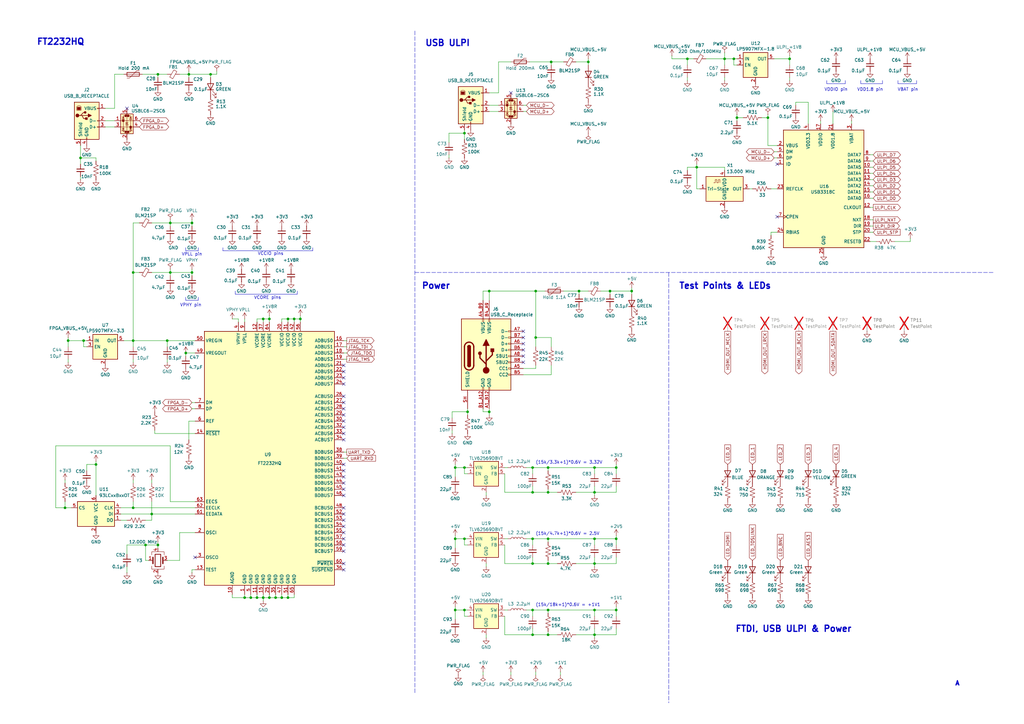
<source format=kicad_sch>
(kicad_sch (version 20231120) (generator "eeschema") (generator_version "8.0")
  (paper "A3")
  (junction (at 190.5 220.98))
  (junction (at 54.61 208.28))
  (junction (at 78.74 111.76))
  (junction (at 252.73 220.98))
  (junction (at 118.11 245.11))
  (junction (at 243.84 191.77))
  (junction (at 243.84 231.14))
  (junction (at 77.47 30.48))
  (junction (at 259.08 119.38))
  (junction (at 252.73 250.19))
  (junction (at 226.06 25.4))
  (junction (at 26.67 208.28))
  (junction (at 69.85 111.76))
  (junction (at 281.94 24.13))
  (junction (at 224.79 260.35))
  (junction (at 241.3 25.4))
  (junction (at 323.85 24.13))
  (junction (at 224.79 201.93))
  (junction (at 186.69 250.19))
  (junction (at 252.73 191.77))
  (junction (at 314.96 48.26))
  (junction (at 224.79 250.19))
  (junction (at 78.74 91.44))
  (junction (at 100.33 245.11))
  (junction (at 110.49 130.81))
  (junction (at 54.61 111.76))
  (junction (at 110.49 245.11))
  (junction (at 39.37 190.5))
  (junction (at 107.95 130.81))
  (junction (at 243.84 260.35))
  (junction (at 200.66 119.38))
  (junction (at 218.44 260.35))
  (junction (at 250.19 119.38))
  (junction (at 118.11 130.81))
  (junction (at 113.03 245.11))
  (junction (at 237.49 119.38))
  (junction (at 186.69 191.77))
  (junction (at 34.29 139.7))
  (junction (at 59.69 223.52))
  (junction (at 218.44 201.93))
  (junction (at 76.2 144.78))
  (junction (at 224.79 220.98))
  (junction (at 62.23 210.82))
  (junction (at 200.66 168.91))
  (junction (at 115.57 245.11))
  (junction (at 243.84 250.19))
  (junction (at 190.5 54.61))
  (junction (at 86.36 30.48))
  (junction (at 68.58 139.7))
  (junction (at 186.69 220.98))
  (junction (at 190.5 191.77))
  (junction (at 107.95 245.11))
  (junction (at 191.77 168.91))
  (junction (at 27.94 139.7))
  (junction (at 243.84 220.98))
  (junction (at 120.65 130.81))
  (junction (at 297.18 24.13))
  (junction (at 64.77 30.48))
  (junction (at 102.87 245.11))
  (junction (at 33.02 64.77))
  (junction (at 218.44 250.19))
  (junction (at 218.44 220.98))
  (junction (at 219.71 138.43))
  (junction (at 64.77 223.52))
  (junction (at 105.41 245.11))
  (junction (at 218.44 231.14))
  (junction (at 243.84 201.93))
  (junction (at 219.71 119.38))
  (junction (at 190.5 250.19))
  (junction (at 123.19 130.81))
  (junction (at 300.99 24.13))
  (junction (at 224.79 231.14))
  (junction (at 224.79 191.77))
  (junction (at 302.26 48.26))
  (junction (at 218.44 191.77))
  (junction (at 54.61 139.7))
  (junction (at 285.75 68.58))
  (junction (at 69.85 91.44))
  (no_connect (at 140.97 149.86))
  (no_connect (at 214.63 143.51))
  (no_connect (at 140.97 154.94))
  (no_connect (at 318.77 88.9))
  (no_connect (at 140.97 220.98))
  (no_connect (at 140.97 172.72))
  (no_connect (at 140.97 157.48))
  (no_connect (at 209.55 38.1))
  (no_connect (at 140.97 195.58))
  (no_connect (at 140.97 231.14))
  (no_connect (at 140.97 177.8))
  (no_connect (at 140.97 223.52))
  (no_connect (at 140.97 175.26))
  (no_connect (at 140.97 198.12))
  (no_connect (at 214.63 135.89))
  (no_connect (at 140.97 226.06))
  (no_connect (at 140.97 213.36))
  (no_connect (at 140.97 165.1))
  (no_connect (at 214.63 148.59))
  (no_connect (at 140.97 193.04))
  (no_connect (at 140.97 210.82))
  (no_connect (at 140.97 190.5))
  (no_connect (at 140.97 200.66))
  (no_connect (at 140.97 167.64))
  (no_connect (at 140.97 215.9))
  (no_connect (at 140.97 233.68))
  (no_connect (at 318.77 67.31))
  (no_connect (at 80.01 228.6))
  (no_connect (at 140.97 170.18))
  (no_connect (at 52.07 44.45))
  (no_connect (at 140.97 208.28))
  (no_connect (at 140.97 162.56))
  (no_connect (at 140.97 152.4))
  (no_connect (at 140.97 218.44))
  (no_connect (at 214.63 138.43))
  (no_connect (at 214.63 140.97))
  (no_connect (at 140.97 180.34))
  (no_connect (at 214.63 146.05))
  (no_connect (at 140.97 203.2))
  (wire (pts (xy 185.42 168.91) (xy 191.77 168.91)))
  (wire (pts (xy 243.84 220.98) (xy 243.84 223.52)))
  (wire (pts (xy 243.84 228.6) (xy 243.84 231.14)))
  (wire (pts (xy 118.11 243.84) (xy 118.11 245.11)))
  (wire (pts (xy 252.73 199.39) (xy 252.73 201.93)))
  (polyline (pts (xy 361.95 33.02) (xy 361.95 34.29)))
  (wire (pts (xy 77.47 29.21) (xy 77.47 30.48)))
  (wire (pts (xy 186.69 190.5) (xy 186.69 191.77)))
  (wire (pts (xy 318.77 59.69) (xy 314.96 59.69)))
  (wire (pts (xy 224.79 229.87) (xy 224.79 231.14)))
  (wire (pts (xy 231.14 119.38) (xy 237.49 119.38)))
  (wire (pts (xy 215.9 220.98) (xy 218.44 220.98)))
  (wire (pts (xy 110.49 243.84) (xy 110.49 245.11)))
  (wire (pts (xy 27.94 148.59) (xy 27.94 147.32)))
  (wire (pts (xy 113.03 243.84) (xy 113.03 245.11)))
  (wire (pts (xy 323.85 24.13) (xy 323.85 26.67)))
  (wire (pts (xy 199.39 260.35) (xy 199.39 261.62)))
  (wire (pts (xy 69.85 205.74) (xy 80.01 205.74)))
  (wire (pts (xy 54.61 148.59) (xy 54.61 147.32)))
  (wire (pts (xy 226.06 25.4) (xy 231.14 25.4)))
  (wire (pts (xy 107.95 245.11) (xy 110.49 245.11)))
  (polyline (pts (xy 128.27 101.6) (xy 128.27 102.87)))
  (wire (pts (xy 218.44 201.93) (xy 224.79 201.93)))
  (wire (pts (xy 356.87 81.28) (xy 358.14 81.28)))
  (wire (pts (xy 316.23 95.25) (xy 316.23 96.52)))
  (wire (pts (xy 297.18 21.59) (xy 297.18 24.13)))
  (wire (pts (xy 317.5 64.77) (xy 318.77 64.77)))
  (polyline (pts (xy 375.92 33.02) (xy 375.92 34.29)))
  (wire (pts (xy 356.87 63.5) (xy 358.14 63.5)))
  (wire (pts (xy 215.9 45.72) (xy 214.63 45.72)))
  (wire (pts (xy 200.66 38.1) (xy 204.47 38.1)))
  (polyline (pts (xy 76.2 123.19) (xy 81.28 123.19)))
  (wire (pts (xy 105.41 130.81) (xy 107.95 130.81)))
  (polyline (pts (xy 91.44 102.87) (xy 128.27 102.87)))
  (wire (pts (xy 218.44 260.35) (xy 207.01 260.35)))
  (wire (pts (xy 184.15 63.5) (xy 184.15 64.77)))
  (wire (pts (xy 314.96 59.69) (xy 314.96 48.26)))
  (wire (pts (xy 218.44 199.39) (xy 218.44 201.93)))
  (wire (pts (xy 115.57 243.84) (xy 115.57 245.11)))
  (wire (pts (xy 356.87 68.58) (xy 358.14 68.58)))
  (wire (pts (xy 214.63 151.13) (xy 219.71 151.13)))
  (wire (pts (xy 243.84 220.98) (xy 252.73 220.98)))
  (wire (pts (xy 224.79 259.08) (xy 224.79 260.35)))
  (wire (pts (xy 26.67 196.85) (xy 26.67 198.12)))
  (wire (pts (xy 54.61 196.85) (xy 54.61 198.12)))
  (wire (pts (xy 186.69 219.71) (xy 186.69 220.98)))
  (wire (pts (xy 224.79 201.93) (xy 228.6 201.93)))
  (wire (pts (xy 200.66 45.72) (xy 204.47 45.72)))
  (wire (pts (xy 275.59 22.86) (xy 275.59 24.13)))
  (wire (pts (xy 243.84 191.77) (xy 243.84 194.31)))
  (wire (pts (xy 281.94 68.58) (xy 281.94 69.85)))
  (polyline (pts (xy 81.28 121.92) (xy 81.28 123.19)))
  (wire (pts (xy 33.02 64.77) (xy 39.37 64.77)))
  (wire (pts (xy 300.99 24.13) (xy 302.26 24.13)))
  (wire (pts (xy 76.2 146.05) (xy 76.2 144.78)))
  (wire (pts (xy 218.44 260.35) (xy 224.79 260.35)))
  (wire (pts (xy 140.97 187.96) (xy 142.24 187.96)))
  (wire (pts (xy 78.74 91.44) (xy 69.85 91.44)))
  (wire (pts (xy 200.66 43.18) (xy 204.47 43.18)))
  (wire (pts (xy 120.65 130.81) (xy 123.19 130.81)))
  (polyline (pts (xy 375.92 36.83) (xy 375.92 36.83)) (stroke (width 0) (type dash)))
  (polyline (pts (xy 91.44 101.6) (xy 91.44 102.87)))
  (wire (pts (xy 86.36 30.48) (xy 86.36 31.75)))
  (wire (pts (xy 68.58 147.32) (xy 68.58 148.59)))
  (wire (pts (xy 34.29 139.7) (xy 35.56 139.7)))
  (wire (pts (xy 62.23 205.74) (xy 62.23 210.82)))
  (wire (pts (xy 110.49 245.11) (xy 113.03 245.11)))
  (wire (pts (xy 219.71 138.43) (xy 219.71 119.38)))
  (wire (pts (xy 64.77 222.25) (xy 64.77 223.52)))
  (polyline (pts (xy 368.3 33.02) (xy 368.3 34.29)))
  (wire (pts (xy 107.95 243.84) (xy 107.95 245.11)))
  (wire (pts (xy 50.8 139.7) (xy 54.61 139.7)))
  (polyline (pts (xy 121.92 120.65) (xy 96.52 120.65)))
  (wire (pts (xy 49.53 208.28) (xy 54.61 208.28)))
  (polyline (pts (xy 170.18 12.7) (xy 170.18 284.48)) (stroke (width 0) (type dash)))
  (wire (pts (xy 356.87 95.25) (xy 358.14 95.25)))
  (wire (pts (xy 200.66 168.91) (xy 200.66 167.64)))
  (wire (pts (xy 110.49 129.54) (xy 110.49 130.81)))
  (wire (pts (xy 198.12 275.59) (xy 198.12 276.86)))
  (wire (pts (xy 69.85 110.49) (xy 69.85 111.76)))
  (wire (pts (xy 69.85 91.44) (xy 62.23 91.44)))
  (wire (pts (xy 190.5 54.61) (xy 190.5 57.15)))
  (wire (pts (xy 58.42 30.48) (xy 64.77 30.48)))
  (wire (pts (xy 224.79 250.19) (xy 243.84 250.19)))
  (wire (pts (xy 356.87 71.12) (xy 358.14 71.12)))
  (wire (pts (xy 35.56 142.24) (xy 34.29 142.24)))
  (wire (pts (xy 218.44 191.77) (xy 224.79 191.77)))
  (wire (pts (xy 297.18 33.02) (xy 297.18 31.75)))
  (wire (pts (xy 76.2 144.78) (xy 80.01 144.78)))
  (wire (pts (xy 60.96 229.87) (xy 59.69 229.87)))
  (wire (pts (xy 33.02 72.39) (xy 33.02 73.66)))
  (wire (pts (xy 287.02 77.47) (xy 285.75 77.47)))
  (polyline (pts (xy 353.06 33.02) (xy 353.06 34.29)))
  (wire (pts (xy 100.33 130.81) (xy 100.33 132.08)))
  (wire (pts (xy 314.96 46.99) (xy 314.96 48.26)))
  (wire (pts (xy 356.87 66.04) (xy 358.14 66.04)))
  (wire (pts (xy 191.77 168.91) (xy 191.77 170.18)))
  (polyline (pts (xy 121.92 119.38) (xy 121.92 120.65)))
  (wire (pts (xy 78.74 113.03) (xy 78.74 111.76)))
  (wire (pts (xy 219.71 275.59) (xy 219.71 276.86)))
  (wire (pts (xy 102.87 245.11) (xy 105.41 245.11)))
  (wire (pts (xy 105.41 130.81) (xy 105.41 132.08)))
  (wire (pts (xy 199.39 201.93) (xy 199.39 203.2)))
  (wire (pts (xy 285.75 68.58) (xy 297.18 68.58)))
  (wire (pts (xy 224.79 231.14) (xy 228.6 231.14)))
  (wire (pts (xy 191.77 167.64) (xy 191.77 168.91)))
  (wire (pts (xy 246.38 119.38) (xy 250.19 119.38)))
  (wire (pts (xy 243.84 191.77) (xy 252.73 191.77)))
  (wire (pts (xy 219.71 151.13) (xy 219.71 149.86)))
  (wire (pts (xy 118.11 245.11) (xy 120.65 245.11)))
  (wire (pts (xy 110.49 130.81) (xy 110.49 132.08)))
  (wire (pts (xy 78.74 111.76) (xy 69.85 111.76)))
  (wire (pts (xy 297.18 24.13) (xy 300.99 24.13)))
  (wire (pts (xy 323.85 22.86) (xy 323.85 24.13)))
  (polyline (pts (xy 339.09 34.29) (xy 346.71 34.29)))
  (wire (pts (xy 190.5 53.34) (xy 190.5 54.61)))
  (wire (pts (xy 204.47 25.4) (xy 209.55 25.4)))
  (wire (pts (xy 54.61 208.28) (xy 80.01 208.28)))
  (wire (pts (xy 190.5 220.98) (xy 190.5 223.52)))
  (wire (pts (xy 367.03 99.06) (xy 373.38 99.06)))
  (wire (pts (xy 285.75 67.31) (xy 285.75 68.58)))
  (wire (pts (xy 218.44 228.6) (xy 218.44 231.14)))
  (wire (pts (xy 73.66 218.44) (xy 80.01 218.44)))
  (wire (pts (xy 224.79 220.98) (xy 243.84 220.98)))
  (wire (pts (xy 190.5 220.98) (xy 191.77 220.98)))
  (wire (pts (xy 52.07 227.33) (xy 52.07 223.52)))
  (wire (pts (xy 95.25 130.81) (xy 97.79 130.81)))
  (wire (pts (xy 64.77 223.52) (xy 64.77 224.79)))
  (polyline (pts (xy 368.3 34.29) (xy 375.92 34.29)))
  (wire (pts (xy 250.19 119.38) (xy 250.19 120.65)))
  (wire (pts (xy 39.37 189.23) (xy 39.37 190.5)))
  (wire (pts (xy 224.79 260.35) (xy 228.6 260.35)))
  (wire (pts (xy 308.61 77.47) (xy 307.34 77.47)))
  (polyline (pts (xy 76.2 102.87) (xy 81.28 102.87)))
  (wire (pts (xy 224.79 250.19) (xy 224.79 251.46)))
  (wire (pts (xy 252.73 257.81) (xy 252.73 260.35)))
  (wire (pts (xy 243.84 250.19) (xy 252.73 250.19)))
  (wire (pts (xy 241.3 25.4) (xy 241.3 26.67)))
  (wire (pts (xy 297.18 26.67) (xy 297.18 24.13)))
  (wire (pts (xy 218.44 220.98) (xy 224.79 220.98)))
  (wire (pts (xy 218.44 257.81) (xy 218.44 260.35)))
  (wire (pts (xy 314.96 48.26) (xy 312.42 48.26)))
  (wire (pts (xy 300.99 26.67) (xy 300.99 24.13)))
  (wire (pts (xy 356.87 99.06) (xy 359.41 99.06)))
  (wire (pts (xy 68.58 229.87) (xy 73.66 229.87)))
  (wire (pts (xy 218.44 191.77) (xy 218.44 194.31)))
  (wire (pts (xy 200.66 119.38) (xy 200.66 123.19)))
  (wire (pts (xy 49.53 213.36) (xy 52.07 213.36)))
  (wire (pts (xy 62.23 210.82) (xy 80.01 210.82)))
  (wire (pts (xy 341.63 45.72) (xy 341.63 50.8)))
  (wire (pts (xy 33.02 64.77) (xy 33.02 67.31)))
  (wire (pts (xy 215.9 43.18) (xy 214.63 43.18)))
  (wire (pts (xy 186.69 224.79) (xy 186.69 220.98)))
  (wire (pts (xy 243.84 250.19) (xy 243.84 252.73)))
  (wire (pts (xy 186.69 195.58) (xy 186.69 191.77)))
  (wire (pts (xy 217.17 25.4) (xy 226.06 25.4)))
  (wire (pts (xy 200.66 168.91) (xy 200.66 170.18)))
  (wire (pts (xy 64.77 30.48) (xy 64.77 31.75)))
  (wire (pts (xy 259.08 118.11) (xy 259.08 119.38)))
  (wire (pts (xy 331.47 41.91) (xy 331.47 50.8)))
  (wire (pts (xy 54.61 111.76) (xy 54.61 139.7)))
  (wire (pts (xy 62.23 213.36) (xy 62.23 210.82)))
  (wire (pts (xy 224.79 200.66) (xy 224.79 201.93)))
  (wire (pts (xy 198.12 168.91) (xy 200.66 168.91)))
  (wire (pts (xy 302.26 48.26) (xy 302.26 49.53)))
  (wire (pts (xy 285.75 68.58) (xy 281.94 68.58)))
  (wire (pts (xy 281.94 24.13) (xy 281.94 26.67)))
  (wire (pts (xy 226.06 138.43) (xy 219.71 138.43)))
  (polyline (pts (xy 339.09 33.02) (xy 339.09 34.29)))
  (wire (pts (xy 252.73 220.98) (xy 252.73 223.52)))
  (wire (pts (xy 356.87 85.09) (xy 358.14 85.09)))
  (wire (pts (xy 349.25 49.53) (xy 349.25 50.8)))
  (wire (pts (xy 140.97 139.7) (xy 142.24 139.7)))
  (wire (pts (xy 326.39 41.91) (xy 326.39 43.18)))
  (wire (pts (xy 218.44 231.14) (xy 224.79 231.14)))
  (wire (pts (xy 120.65 130.81) (xy 120.65 132.08)))
  (wire (pts (xy 78.74 92.71) (xy 78.74 91.44)))
  (wire (pts (xy 198.12 167.64) (xy 198.12 168.91)))
  (wire (pts (xy 100.33 243.84) (xy 100.33 245.11)))
  (wire (pts (xy 331.47 41.91) (xy 326.39 41.91)))
  (wire (pts (xy 252.73 191.77) (xy 252.73 194.31)))
  (wire (pts (xy 226.06 153.67) (xy 226.06 149.86)))
  (polyline (pts (xy 346.71 33.02) (xy 346.71 34.29)))
  (wire (pts (xy 105.41 245.11) (xy 107.95 245.11)))
  (wire (pts (xy 289.56 24.13) (xy 297.18 24.13)))
  (polyline (pts (xy 76.2 101.6) (xy 76.2 102.87)))
  (wire (pts (xy 224.79 191.77) (xy 243.84 191.77)))
  (wire (pts (xy 259.08 119.38) (xy 259.08 120.65)))
  (wire (pts (xy 190.5 252.73) (xy 191.77 252.73)))
  (wire (pts (xy 54.61 139.7) (xy 68.58 139.7)))
  (wire (pts (xy 50.8 30.48) (xy 46.99 30.48)))
  (wire (pts (xy 302.26 26.67) (xy 300.99 26.67)))
  (wire (pts (xy 218.44 201.93) (xy 207.01 201.93)))
  (wire (pts (xy 191.77 194.31) (xy 190.5 194.31)))
  (wire (pts (xy 54.61 91.44) (xy 54.61 111.76)))
  (wire (pts (xy 95.25 245.11) (xy 100.33 245.11)))
  (wire (pts (xy 185.42 171.45) (xy 185.42 168.91)))
  (wire (pts (xy 318.77 95.25) (xy 316.23 95.25)))
  (wire (pts (xy 78.74 165.1) (xy 80.01 165.1)))
  (wire (pts (xy 373.38 99.06) (xy 373.38 97.79)))
  (wire (pts (xy 198.12 119.38) (xy 198.12 123.19)))
  (wire (pts (xy 69.85 182.88) (xy 69.85 205.74)))
  (wire (pts (xy 123.19 130.81) (xy 123.19 129.54)))
  (wire (pts (xy 207.01 231.14) (xy 207.01 223.52)))
  (wire (pts (xy 35.56 190.5) (xy 35.56 193.04)))
  (wire (pts (xy 207.01 250.19) (xy 208.28 250.19)))
  (wire (pts (xy 63.5 176.53) (xy 63.5 177.8)))
  (wire (pts (xy 356.87 78.74) (xy 358.14 78.74)))
  (wire (pts (xy 252.73 190.5) (xy 252.73 191.77)))
  (wire (pts (xy 186.69 250.19) (xy 190.5 250.19)))
  (wire (pts (xy 184.15 54.61) (xy 190.5 54.61)))
  (wire (pts (xy 317.5 24.13) (xy 323.85 24.13)))
  (wire (pts (xy 78.74 110.49) (xy 78.74 111.76)))
  (wire (pts (xy 77.47 30.48) (xy 77.47 31.75)))
  (wire (pts (xy 302.26 48.26) (xy 304.8 48.26)))
  (polyline (pts (xy 76.2 121.92) (xy 76.2 123.19)))
  (wire (pts (xy 59.69 223.52) (xy 64.77 223.52)))
  (wire (pts (xy 22.86 182.88) (xy 69.85 182.88)))
  (polyline (pts (xy 96.52 119.38) (xy 96.52 120.65)))
  (wire (pts (xy 49.53 210.82) (xy 62.23 210.82)))
  (wire (pts (xy 243.84 260.35) (xy 243.84 261.62)))
  (wire (pts (xy 207.01 201.93) (xy 207.01 194.31)))
  (wire (pts (xy 26.67 208.28) (xy 29.21 208.28)))
  (wire (pts (xy 204.47 38.1) (xy 204.47 25.4)))
  (wire (pts (xy 77.47 180.34) (xy 77.47 172.72)))
  (wire (pts (xy 190.5 191.77) (xy 190.5 194.31)))
  (wire (pts (xy 69.85 111.76) (xy 69.85 113.03)))
  (wire (pts (xy 252.73 219.71) (xy 252.73 220.98)))
  (wire (pts (xy 207.01 260.35) (xy 207.01 252.73)))
  (wire (pts (xy 33.02 59.69) (xy 33.02 64.77)))
  (wire (pts (xy 22.86 208.28) (xy 22.86 182.88)))
  (wire (pts (xy 95.25 243.84) (xy 95.25 245.11)))
  (wire (pts (xy 237.49 119.38) (xy 241.3 119.38)))
  (wire (pts (xy 317.5 62.23) (xy 318.77 62.23)))
  (wire (pts (xy 219.71 119.38) (xy 223.52 119.38)))
  (wire (pts (xy 80.01 233.68) (xy 78.74 233.68)))
  (wire (pts (xy 120.65 243.84) (xy 120.65 245.11)))
  (wire (pts (xy 215.9 250.19) (xy 218.44 250.19)))
  (wire (pts (xy 190.5 250.19) (xy 191.77 250.19)))
  (wire (pts (xy 69.85 90.17) (xy 69.85 91.44)))
  (wire (pts (xy 356.87 90.17) (xy 358.14 90.17)))
  (wire (pts (xy 250.19 119.38) (xy 259.08 119.38)))
  (wire (pts (xy 86.36 30.48) (xy 88.9 30.48)))
  (wire (pts (xy 140.97 185.42) (xy 142.24 185.42)))
  (wire (pts (xy 43.18 44.45) (xy 46.99 44.45)))
  (wire (pts (xy 57.15 91.44) (xy 54.61 91.44)))
  (wire (pts (xy 43.18 49.53) (xy 46.99 49.53)))
  (wire (pts (xy 281.94 24.13) (xy 284.48 24.13)))
  (wire (pts (xy 224.79 191.77) (xy 224.79 193.04)))
  (wire (pts (xy 218.44 250.19) (xy 218.44 252.73)))
  (polyline (pts (xy 81.28 101.6) (xy 81.28 102.87)))
  (wire (pts (xy 118.11 130.81) (xy 120.65 130.81)))
  (wire (pts (xy 207.01 220.98) (xy 208.28 220.98)))
  (wire (pts (xy 27.94 139.7) (xy 34.29 139.7)))
  (wire (pts (xy 54.61 139.7) (xy 54.61 142.24)))
  (wire (pts (xy 26.67 205.74) (xy 26.67 208.28)))
  (wire (pts (xy 52.07 223.52) (xy 59.69 223.52)))
  (wire (pts (xy 243.84 231.14) (xy 252.73 231.14)))
  (wire (pts (xy 107.95 130.81) (xy 107.95 132.08)))
  (wire (pts (xy 62.23 196.85) (xy 62.23 198.12)))
  (wire (pts (xy 316.23 77.47) (xy 318.77 77.47)))
  (wire (pts (xy 190.5 191.77) (xy 191.77 191.77)))
  (wire (pts (xy 186.69 254) (xy 186.69 250.19)))
  (wire (pts (xy 252.73 248.92) (xy 252.73 250.19)))
  (wire (pts (xy 224.79 220.98) (xy 224.79 222.25)))
  (wire (pts (xy 285.75 77.47) (xy 285.75 68.58)))
  (wire (pts (xy 219.71 119.38) (xy 200.66 119.38)))
  (wire (pts (xy 219.71 142.24) (xy 219.71 138.43)))
  (wire (pts (xy 140.97 142.24) (xy 142.24 142.24)))
  (wire (pts (xy 218.44 250.19) (xy 224.79 250.19)))
  (wire (pts (xy 73.66 30.48) (xy 77.47 30.48)))
  (wire (pts (xy 73.66 229.87) (xy 73.66 218.44)))
  (wire (pts (xy 80.01 139.7) (xy 68.58 139.7)))
  (wire (pts (xy 252.73 228.6) (xy 252.73 231.14)))
  (wire (pts (xy 236.22 25.4) (xy 241.3 25.4)))
  (wire (pts (xy 69.85 111.76) (xy 62.23 111.76)))
  (wire (pts (xy 54.61 205.74) (xy 54.61 208.28)))
  (wire (pts (xy 97.79 130.81) (xy 97.79 132.08)))
  (wire (pts (xy 77.47 172.72) (xy 80.01 172.72)))
  (wire (pts (xy 297.18 68.58) (xy 297.18 69.85)))
  (wire (pts (xy 252.73 250.19) (xy 252.73 252.73)))
  (wire (pts (xy 226.06 142.24) (xy 226.06 138.43)))
  (wire (pts (xy 199.39 231.14) (xy 199.39 232.41)))
  (wire (pts (xy 243.84 257.81) (xy 243.84 260.35)))
  (wire (pts (xy 43.18 52.07) (xy 46.99 52.07)))
  (wire (pts (xy 52.07 234.95) (xy 52.07 232.41)))
  (wire (pts (xy 275.59 24.13) (xy 281.94 24.13)))
  (wire (pts (xy 63.5 177.8) (xy 80.01 177.8)))
  (wire (pts (xy 22.86 208.28) (xy 26.67 208.28)))
  (wire (pts (xy 78.74 90.17) (xy 78.74 91.44)))
  (wire (pts (xy 59.69 229.87) (xy 59.69 223.52)))
  (wire (pts (xy 115.57 245.11) (xy 118.11 245.11)))
  (wire (pts (xy 226.06 25.4) (xy 226.06 26.67)))
  (wire (pts (xy 88.9 30.48) (xy 88.9 29.21)))
  (wire (pts (xy 115.57 130.81) (xy 118.11 130.81)))
  (wire (pts (xy 243.84 231.14) (xy 243.84 232.41)))
  (wire (pts (xy 39.37 64.77) (xy 39.37 66.04)))
  (wire (pts (xy 241.3 24.13) (xy 241.3 25.4)))
  (wire (pts (xy 356.87 76.2) (xy 358.14 76.2)))
  (wire (pts (xy 105.41 243.84) (xy 105.41 245.11)))
  (wire (pts (xy 59.69 213.36) (xy 62.23 213.36)))
  (wire (pts (xy 69.85 91.44) (xy 69.85 92.71)))
  (wire (pts (xy 243.84 260.35) (xy 252.73 260.35)))
  (wire (pts (xy 243.84 199.39) (xy 243.84 201.93)))
  (wire (pts (xy 102.87 243.84) (xy 102.87 245.11)))
  (wire (pts (xy 27.94 138.43) (xy 27.94 139.7)))
  (wire (pts (xy 107.95 245.11) (xy 107.95 246.38)))
  (wire (pts (xy 214.63 153.67) (xy 226.06 153.67)))
  (wire (pts (xy 323.85 33.02) (xy 323.85 31.75)))
  (wire (pts (xy 190.5 223.52) (xy 191.77 223.52)))
  (wire (pts (xy 64.77 30.48) (xy 68.58 30.48)))
  (wire (pts (xy 184.15 54.61) (xy 184.15 58.42)))
  (wire (pts (xy 115.57 132.08) (xy 115.57 130.81)))
  (wire (pts (xy 237.49 119.38) (xy 237.49 120.65)))
  (wire (pts (xy 185.42 176.53) (xy 185.42 177.8)))
  (wire (pts (xy 356.87 92.71) (xy 358.14 92.71)))
  (wire (pts (xy 140.97 147.32) (xy 142.24 147.32)))
  (wire (pts (xy 236.22 231.14) (xy 243.84 231.14)))
  (wire (pts (xy 243.84 201.93) (xy 252.73 201.93)))
  (wire (pts (xy 77.47 30.48) (xy 86.36 30.48)))
  (wire (pts (xy 34.29 142.24) (xy 34.29 139.7)))
  (polyline (pts (xy 353.06 34.29) (xy 361.95 34.29)))
  (polyline (pts (xy 170.18 111.76) (xy 407.67 111.76)) (stroke (width 0) (type dash)))
  (wire (pts (xy 54.61 111.76) (xy 57.15 111.76)))
  (wire (pts (xy 113.03 245.11) (xy 115.57 245.11)))
  (wire (pts (xy 39.37 190.5) (xy 39.37 203.2)))
  (wire (pts (xy 186.69 248.92) (xy 186.69 250.19)))
  (wire (pts (xy 46.99 30.48) (xy 46.99 44.45)))
  (wire (pts (xy 123.19 130.81) (xy 123.19 132.08)))
  (wire (pts (xy 118.11 130.81) (xy 118.11 132.08)))
  (wire (pts (xy 140.97 144.78) (xy 142.24 144.78)))
  (wire (pts (xy 236.22 260.35) (xy 243.84 260.35)))
  (wire (pts (xy 186.69 191.77) (xy 190.5 191.77)))
  (wire (pts (xy 209.55 275.59) (xy 209.55 276.86)))
  (wire (pts (xy 229.87 275.59) (xy 229.87 276.86)))
  (wire (pts (xy 218.44 220.98) (xy 218.44 223.52)))
  (wire (pts (xy 35.56 190.5) (xy 39.37 190.5)))
  (wire (pts (xy 207.01 191.77) (xy 208.28 191.77)))
  (wire (pts (xy 215.9 191.77) (xy 218.44 191.77)))
  (wire (pts (xy 336.55 49.53) (xy 336.55 50.8)))
  (wire (pts (xy 302.26 48.26) (xy 302.26 46.99)))
  (wire (pts (xy 200.66 119.38) (xy 198.12 119.38)))
  (polyline (pts (xy 274.32 111.76) (xy 274.32 288.29)) (stroke (width 0) (type dash)))
  (wire (pts (xy 281.94 33.02) (xy 281.94 31.75)))
  (wire (pts (xy 78.74 167.64) (xy 80.01 167.64)))
  (wire (pts (xy 236.22 201.93) (xy 243.84 201.93)))
  (wire (pts (xy 218.44 231.14) (xy 207.01 231.14)))
  (wire (pts (xy 78.74 233.68) (xy 78.74 234.95)))
  (wire (pts (xy 27.94 142.24) (xy 27.94 139.7)))
  (wire (pts (xy 190.5 250.19) (xy 190.5 252.73)))
  (wire (pts (xy 243.84 201.93) (xy 243.84 203.2)))
  (wire (pts (xy 356.87 73.66) (xy 358.14 73.66)))
  (wire (pts (xy 100.33 245.11) (xy 102.87 245.11)))
  (wire (pts (xy 68.58 139.7) (xy 68.58 142.24)))
  (wire (pts (xy 186.69 220.98) (xy 190.5 220.98)))
  (wire (pts (xy 107.95 130.81) (xy 110.49 130.81)))
  (text "VPLL pin" (at 78.74 104.394 0) (effects (font (size 1.27 1.27))))
  (text "VCCIO pins" (at 110.998 104.14 0) (effects (font (size 1.27 1.27))))
  (text "(15k/4.7k+1)*0.6V = 2.5V" (at 219.71 219.71 0) (effects (font (size 1.27 1.27)) (justify left bottom)))
  (text "A" (at 392.684 280.416 0) (effects (font (size 1.778 1.778) (thickness 0.508) (bold yes))))
  (text "Test Points & LEDs" (at 278.384 117.348 0) (effects (font (size 2.54 2.54) (thickness 0.508) (bold yes)) (justify left)))
  (text "Power" (at 178.816 117.348 0) (effects (font (size 2.54 2.54) (thickness 0.508) (bold yes))))
  (text "VCORE pins" (at 109.728 122.174 0) (effects (font (size 1.27 1.27))))
  (text "VPHY pin" (at 78.232 125.222 0) (effects (font (size 1.27 1.27))))
  (text "(15k/18k+1)*0.6V = +1V1" (at 219.71 248.92 0) (effects (font (size 1.27 1.27)) (justify left bottom)))
  (text "VDD1.8 pin" (at 356.87 36.83 0) (effects (font (size 1.27 1.27))))
  (text "USB ULPI" (at 174.244 17.78 0) (effects (font (size 2.54 2.54) (thickness 0.508) (bold yes)) (justify left)))
  (text "FTDI, USB ULPI & Power" (at 301.498 258.064 0) (effects (font (size 2.54 2.54) (thickness 0.508) (bold yes)) (justify left)))
  (text "VDDIO pin" (at 342.9 36.83 0) (effects (font (size 1.27 1.27))))
  (text "VBAT pin" (at 372.364 36.83 0) (effects (font (size 1.27 1.27))))
  (text "FT2232HQ" (at 14.986 17.272 0) (effects (font (size 2.54 2.54) (thickness 0.508) (bold yes)) (justify left)))
  (text "(15k/3.3k+1)*0.6V = 3.32V" (at 219.71 190.5 0) (effects (font (size 1.27 1.27)) (justify left bottom)))
  (global_label "MCU_D-" (shape bidirectional) (at 215.9 43.18 0) (property "Intersheetrefs" "${INTERSHEET_REFS}" (effects (hide yes))))
  (global_label "ULPI_D5" (shape bidirectional) (at 358.14 68.58 0) (property "Intersheetrefs" "${INTERSHEET_REFS}" (effects (hide yes))))
  (global_label "MCU_D+" (shape bidirectional) (at 215.9 45.72 0) (property "Intersheetrefs" "${INTERSHEET_REFS}" (effects (hide yes))))
  (global_label "LED_TOSLINK" (shape input) (at 308.61 229.87 90) (property "Intersheetrefs" "${INTERSHEET_REFS}" (effects (hide yes))))
  (global_label "FPGA_D-" (shape bidirectional) (at 78.74 165.1 180) (property "Intersheetrefs" "${INTERSHEET_REFS}" (effects (hide yes))))
  (global_label "LED_4" (shape input) (at 342.9 190.5 90) (property "Intersheetrefs" "${INTERSHEET_REFS}" (effects (hide yes))))
  (global_label "JTAG_TCK" (shape output) (at 142.24 139.7 0) (property "Intersheetrefs" "${INTERSHEET_REFS}" (effects (hide yes))))
  (global_label "MCU_D-" (shape bidirectional) (at 317.5 62.23 180) (property "Intersheetrefs" "${INTERSHEET_REFS}" (effects (hide yes))))
  (global_label "ULPI_CLK" (shape output) (at 358.14 85.09 0) (property "Intersheetrefs" "${INTERSHEET_REFS}" (effects (hide yes))))
  (global_label "FPGA_D-" (shape bidirectional) (at 57.15 49.53 0) (property "Intersheetrefs" "${INTERSHEET_REFS}" (effects (hide yes))))
  (global_label "LED_0" (shape input) (at 298.45 190.5 90) (property "Intersheetrefs" "${INTERSHEET_REFS}" (effects (hide yes))))
  (global_label "LED_HDMI" (shape input) (at 298.45 229.87 90) (property "Intersheetrefs" "${INTERSHEET_REFS}" (effects (hide yes))))
  (global_label "HDMI_OUT_SDATA" (shape output) (at 341.63 135.89 270) (property "Intersheetrefs" "${INTERSHEET_REFS}" (effects (hide yes))))
  (global_label "ULPI_D3" (shape bidirectional) (at 358.14 73.66 0) (property "Intersheetrefs" "${INTERSHEET_REFS}" (effects (hide yes))))
  (global_label "JTAG_TDO" (shape input) (at 142.24 144.78 0) (property "Intersheetrefs" "${INTERSHEET_REFS}" (effects (hide yes))))
  (global_label "LED_3" (shape input) (at 331.47 190.5 90) (property "Intersheetrefs" "${INTERSHEET_REFS}" (effects (hide yes))))
  (global_label "JTAG_TMS" (shape output) (at 142.24 147.32 0) (property "Intersheetrefs" "${INTERSHEET_REFS}" (effects (hide yes))))
  (global_label "UART_RXD" (shape input) (at 142.24 187.96 0) (property "Intersheetrefs" "${INTERSHEET_REFS}" (effects (hide yes))))
  (global_label "ULPI_D7" (shape bidirectional) (at 358.14 63.5 0) (property "Intersheetrefs" "${INTERSHEET_REFS}" (effects (hide yes))))
  (global_label "ULPI_D6" (shape bidirectional) (at 358.14 66.04 0) (property "Intersheetrefs" "${INTERSHEET_REFS}" (effects (hide yes))))
  (global_label "LED_2" (shape input) (at 320.04 190.5 90) (property "Intersheetrefs" "${INTERSHEET_REFS}" (effects (hide yes))))
  (global_label "ULPI_D2" (shape bidirectional) (at 358.14 76.2 0) (property "Intersheetrefs" "${INTERSHEET_REFS}" (effects (hide yes))))
  (global_label "ULPI_NXT" (shape output) (at 358.14 90.17 0) (property "Intersheetrefs" "${INTERSHEET_REFS}" (effects (hide yes))))
  (global_label "ULPI_STP" (shape input) (at 358.14 95.25 0) (property "Intersheetrefs" "${INTERSHEET_REFS}" (effects (hide yes))))
  (global_label "HDMI_OUT_BCLK" (shape output) (at 327.66 135.89 270) (property "Intersheetrefs" "${INTERSHEET_REFS}" (effects (hide yes))))
  (global_label "MCU_D+" (shape bidirectional) (at 317.5 64.77 180) (property "Intersheetrefs" "${INTERSHEET_REFS}" (effects (hide yes))))
  (global_label "FPGA_D+" (shape bidirectional) (at 78.74 167.64 180) (property "Intersheetrefs" "${INTERSHEET_REFS}" (effects (hide yes))))
  (global_label "LED_AES3" (shape input) (at 331.47 229.87 90) (property "Intersheetrefs" "${INTERSHEET_REFS}" (effects (hide yes))))
  (global_label "ULPI_D1" (shape bidirectional) (at 358.14 78.74 0) (property "Intersheetrefs" "${INTERSHEET_REFS}" (effects (hide yes))))
  (global_label "LED_BNC" (shape input) (at 320.04 229.87 90) (property "Intersheetrefs" "${INTERSHEET_REFS}" (effects (hide yes))))
  (global_label "LED_1" (shape input) (at 308.61 190.5 90) (property "Intersheetrefs" "${INTERSHEET_REFS}" (effects (hide yes))))
  (global_label "FPGA_D+" (shape bidirectional) (at 57.15 52.07 0) (property "Intersheetrefs" "${INTERSHEET_REFS}" (effects (hide yes))))
  (global_label "HDMI_OUT_LRCK" (shape output) (at 313.69 135.89 270) (property "Intersheetrefs" "${INTERSHEET_REFS}" (effects (hide yes))))
  (global_label "UART_TXD" (shape output) (at 142.24 185.42 0) (property "Intersheetrefs" "${INTERSHEET_REFS}" (effects (hide yes))))
  (global_label "JTAG_TDI" (shape output) (at 142.24 142.24 0) (property "Intersheetrefs" "${INTERSHEET_REFS}" (effects (hide yes))))
  (global_label "HDMI_OUT_MCLK" (shape output) (at 298.45 135.89 270) (property "Intersheetrefs" "${INTERSHEET_REFS}" (effects (hide yes))))
  (global_label "ULPI_D4" (shape bidirectional) (at 358.14 71.12 0) (property "Intersheetrefs" "${INTERSHEET_REFS}" (effects (hide yes))))
  (global_label "ULPI_D0" (shape bidirectional) (at 358.14 81.28 0) (property "Intersheetrefs" "${INTERSHEET_REFS}" (effects (hide yes))))
  (global_label "ULPI_DIR" (shape output) (at 358.14 92.71 0) (property "Intersheetrefs" "${INTERSHEET_REFS}" (effects (hide yes))))
  (symbol (lib_id "power:GND") (at 77.47 187.96 0) (mirror y) (unit 1)
    (property "Reference" "#PWR0139" (effects (hide yes)))
    (property "Value" "GND" (at 77.47 191.77 0))
    (property "Description" "Power symbol creates a global label with name \"GND\" , ground" (effects (hide yes)))
  )
  (symbol (lib_id "Device:LED") (at 298.45 233.68 270) (mirror x) (unit 1)
    (property "Reference" "D18" (at 296.418 232.41 90) (effects (justify right)))
    (property "Value" "Green" (at 296.418 234.696 90) (effects (justify right)))
    (property "Footprint" "ECP5_STM32_Tx_Audio_Module:Dialight_551-0307F" (effects (hide yes)))
    (property "Description" "LED CBI 3MM GREEN LOW CURR RA" (effects (hide yes)))
    (property "MPN" "5511307F" (effects (hide yes)))
    (property "Manufacturer" "Dialight" (effects (hide yes)))
  )
  (symbol (lib_id "power:GND") (at 125.73 97.79 0) (mirror y) (unit 1)
    (property "Reference" "#PWR099" (effects (hide yes)))
    (property "Value" "GND" (at 125.73 101.6 0))
    (property "Description" "Power symbol creates a global label with name \"GND\" , ground" (effects (hide yes)))
  )
  (symbol (lib_id "Device:C_Small") (at 109.22 113.03 0) (mirror y) (unit 1)
    (property "Reference" "C40" (at 106.68 110.998 0) (effects (justify left)))
    (property "Value" "0.1µF" (at 107.188 115.316 0) (effects (justify left)))
    (property "Footprint" "Capacitor_SMD:C_0603_1608Metric" (effects (hide yes)))
    (property "Description" "CAP CER 0.1UF 50V X7R 0603" (effects (hide yes)))
    (property "MPN" "CL10B104KB8NNNC" (effects (hide yes)))
    (property "Manufacturer" "Samsung Electro-Mechanics" (effects (hide yes)))
  )
  (symbol (lib_id "power:PWR_FLAG") (at 297.18 21.59 0) (unit 1)
    (property "Reference" "#FLG05" (effects (hide yes)))
    (property "Value" "PWR_FLAG" (at 297.18 18.034 0))
    (property "Description" "Special symbol for telling ERC where power comes from" (effects (hide yes)))
  )
  (symbol (lib_id "power:GND") (at 43.18 149.86 0) (mirror y) (unit 1)
    (property "Reference" "#PWR0131" (effects (hide yes)))
    (property "Value" "GND" (at 43.18 153.67 0))
    (property "Description" "Power symbol creates a global label with name \"GND\" , ground" (effects (hide yes)))
  )
  (symbol (lib_id "power:GND") (at 76.2 151.13 0) (mirror y) (unit 1)
    (property "Reference" "#PWR0132" (effects (hide yes)))
    (property "Value" "GND" (at 76.2 154.94 0))
    (property "Description" "Power symbol creates a global label with name \"GND\" , ground" (effects (hide yes)))
  )
  (symbol (lib_id "power:GND") (at 109.22 115.57 0) (mirror y) (unit 1)
    (property "Reference" "#PWR0111" (effects (hide yes)))
    (property "Value" "GND" (at 109.22 119.38 0))
    (property "Description" "Power symbol creates a global label with name \"GND\" , ground" (effects (hide yes)))
  )
  (symbol (lib_id "Device:C_Small") (at 68.58 144.78 0) (mirror y) (unit 1)
    (property "Reference" "C46" (at 73.152 142.748 0) (effects (justify left)))
    (property "Value" "0.1µF" (at 74.676 146.812 0) (effects (justify left)))
    (property "Footprint" "Capacitor_SMD:C_0603_1608Metric" (effects (hide yes)))
    (property "Description" "CAP CER 0.1UF 50V X7R 0603" (effects (hide yes)))
    (property "MPN" "CL10B104KB8NNNC" (effects (hide yes)))
    (property "Manufacturer" "Samsung Electro-Mechanics" (effects (hide yes)))
  )
  (symbol (lib_id "Connector:TestPoint") (at 355.6 135.89 0) (unit 1) (dnp yes)
    (property "Reference" "TP8" (at 358.14 131.3179 0) (effects (justify left)))
    (property "Value" "TestPoint" (at 358.14 133.8579 0) (effects (justify left)))
    (property "Footprint" "TestPoint:TestPoint_Keystone_5000-5004_Miniature" (effects (hide yes)))
    (property "Description" "TEST POINT" (effects (hide yes)))
    (property "MPN" "5001" (effects (hide yes)))
    (property "Manufacturer" "Keystone Electronics" (effects (hide yes)))
  )
  (symbol (lib_id "Device:C_Small") (at 64.77 34.29 0) (unit 1)
    (property "Reference" "C28" (at 59.944 32.258 0) (effects (justify left)))
    (property "Value" "10nF" (at 59.69 36.576 0) (effects (justify left)))
    (property "Footprint" "Capacitor_SMD:C_0603_1608Metric" (effects (hide yes)))
    (property "Description" "CAP CER 10000PF 50V X7R 0603" (effects (hide yes)))
    (property "Manufacturer" "Samsung Electro-Mechanics" (effects (hide yes)))
    (property "MPN" "CL10B103KB8NNNC" (effects (hide yes)))
  )
  (symbol (lib_id "power:+3.3V") (at 209.55 275.59 0) (unit 1) (in_bom no)
    (property "Reference" "#PWR0269" (effects (hide yes)))
    (property "Value" "+3V3" (at 209.55 271.78 0))
    (property "Description" "Power symbol creates a global label with name \"+3.3V\"" (effects (hide yes)))
  )
  (symbol (lib_id "power:+3.3V") (at 26.67 196.85 0) (unit 1) (in_bom no)
    (property "Reference" "#PWR0143" (effects (hide yes)))
    (property "Value" "+3V3" (at 26.67 193.04 0))
    (property "Description" "Power symbol creates a global label with name \"+3.3V\"" (effects (hide yes)))
  )
  (symbol (lib_id "power:GND") (at 184.15 64.77 0) (unit 1)
    (property "Reference" "#PWR0211" (effects (hide yes)))
    (property "Value" "GND" (at 184.15 68.58 0))
    (property "Description" "Power symbol creates a global label with name \"GND\" , ground" (effects (hide yes)))
  )
  (symbol (lib_id "Device:C_Small") (at 105.41 95.25 0) (mirror y) (unit 1)
    (property "Reference" "C31" (at 102.87 93.218 0) (effects (justify left)))
    (property "Value" "0.1µF" (at 103.378 97.536 0) (effects (justify left)))
    (property "Footprint" "Capacitor_SMD:C_0603_1608Metric" (effects (hide yes)))
    (property "Description" "CAP CER 0.1UF 50V X7R 0603" (effects (hide yes)))
    (property "MPN" "CL10B104KB8NNNC" (effects (hide yes)))
    (property "Manufacturer" "Samsung Electro-Mechanics" (effects (hide yes)))
  )
  (symbol (lib_id "power:GND") (at 200.66 170.18 0) (unit 1)
    (property "Reference" "#PWR0236" (effects (hide yes)))
    (property "Value" "GND" (at 200.66 173.736 0))
    (property "Description" "Power symbol creates a global label with name \"GND\" , ground" (effects (hide yes)))
  )
  (symbol (lib_id "power:GND") (at 316.23 104.14 0) (unit 1)
    (property "Reference" "#PWR0225" (effects (hide yes)))
    (property "Value" "GND" (at 316.23 107.95 0))
    (property "Description" "Power symbol creates a global label with name \"GND\" , ground" (effects (hide yes)))
  )
  (symbol (lib_id "Device:R_US") (at 54.61 201.93 0) (unit 1)
    (property "Reference" "R26" (at 55.88 200.66 0) (effects (justify left)))
    (property "Value" "10K" (at 55.88 203.2 0) (effects (justify left)))
    (property "Footprint" "Resistor_SMD:R_0603_1608Metric" (effects (hide yes)))
    (property "Description" "RES SMD 10K OHM 1% 1/10W 0603" (effects (hide yes)))
    (property "Manufacturer" "Panasonic Electronic Components" (effects (hide yes)))
    (property "MPN" "ERJ-3EKF1002V" (effects (hide yes)))
  )
  (symbol (lib_id "Interface_USB:FT2232HQ") (at 110.49 187.96 0) (unit 1)
    (property "Reference" "U9" (at 108.458 186.436 0) (effects (justify left)))
    (property "Value" "FT2232HQ" (at 105.664 189.992 0) (effects (justify left)))
    (property "Footprint" "Package_DFN_QFN:QFN-64-1EP_9x9mm_P0.5mm_EP4.35x4.35mm" (effects (hide yes)))
    (property "Datasheet" "https://www.ftdichip.com/Support/Documents/DataSheets/ICs/DS_FT2232H.pdf" (effects (hide yes)))
    (property "Description" "IC USB HS DUAL UART/FIFO 64-QFN" (effects (hide yes)))
    (property "MPN" "FT2232HQ-REEL" (effects (hide yes)))
    (property "Manufacturer" "FTDI, Future Technology Devices International Ltd" (effects (hide yes)))
  )
  (symbol (lib_id "power:GND") (at 331.47 205.74 0) (mirror y) (unit 1)
    (property "Reference" "#PWR0234" (effects (hide yes)))
    (property "Value" "GND" (at 331.47 209.296 0))
    (property "Description" "Power symbol creates a global label with name \"GND\" , ground" (effects (hide yes)))
  )
  (symbol (lib_id "power:GND") (at 95.25 97.79 0) (mirror y) (unit 1)
    (property "Reference" "#PWR096" (effects (hide yes)))
    (property "Value" "GND" (at 95.25 101.6 0))
    (property "Description" "Power symbol creates a global label with name \"GND\" , ground" (effects (hide yes)))
  )
  (symbol (lib_id "power:GND") (at 54.61 148.59 0) (mirror y) (unit 1)
    (property "Reference" "#PWR0129" (effects (hide yes)))
    (property "Value" "GND" (at 54.61 152.4 0))
    (property "Description" "Power symbol creates a global label with name \"GND\" , ground" (effects (hide yes)))
  )
  (symbol (lib_id "Device:FerriteBead_Small") (at 233.68 25.4 90) (unit 1)
    (property "Reference" "FB6" (at 233.68 22.352 90))
    (property "Value" "BLM21SP" (at 233.68 28.956 90))
    (property "Footprint" "Inductor_SMD:L_0805_2012Metric" (effects (hide yes)))
    (property "Description" "FERRITE BEAD 600 OHM 0805 1LN" (effects (hide yes)))
    (property "MPN" "BLM21SP601SN1D" (effects (hide yes)))
    (property "Manufacturer" "Murata Electronics" (effects (hide yes)))
  )
  (symbol (lib_id "power:+3V3") (at 341.63 45.72 0) (unit 1)
    (property "Reference" "#PWR0194" (effects (hide yes)))
    (property "Value" "ULPI_+1V8" (at 341.376 42.164 0))
    (property "Description" "Power symbol creates a global label with name \"+3V3\"" (effects (hide yes)))
  )
  (symbol (lib_id "power:GND") (at 209.55 50.8 0) (mirror y) (unit 1)
    (property "Reference" "#PWR0197" (effects (hide yes)))
    (property "Value" "GND" (at 209.55 54.61 0))
    (property "Description" "Power symbol creates a global label with name \"GND\" , ground" (effects (hide yes)))
  )
  (symbol (lib_id "power:PWR_FLAG") (at 209.55 276.86 180) (unit 1)
    (property "Reference" "#FLG011" (effects (hide yes)))
    (property "Value" "PWR_FLAG" (at 209.55 280.67 0))
    (property "Description" "Special symbol for telling ERC where power comes from" (effects (hide yes)))
  )
  (symbol (lib_id "Device:R_US") (at 308.61 241.3 0) (unit 1)
    (property "Reference" "R66" (at 305.308 240.03 0))
    (property "Value" "698" (at 305.308 242.062 0))
    (property "Footprint" "Resistor_SMD:R_0603_1608Metric" (effects (hide yes)))
    (property "Description" "RES SMD 698 OHM 1% 1/10W 0603" (effects (hide yes)))
    (property "MPN" "ERJ-3EKF6980V" (effects (hide yes)))
    (property "Manufacturer" "Panasonic Electronic Components" (effects (hide yes)))
  )
  (symbol (lib_id "power:+3V3") (at 78.74 90.17 0) (unit 1)
    (property "Reference" "#PWR095" (effects (hide yes)))
    (property "Value" "VPLL" (at 78.74 86.36 0))
    (property "Description" "Power symbol creates a global label with name \"+3V3\"" (effects (hide yes)))
  )
  (symbol (lib_id "power:GND") (at 64.77 36.83 0) (unit 1)
    (property "Reference" "#PWR078" (effects (hide yes)))
    (property "Value" "GND" (at 64.77 40.64 0))
    (property "Description" "Power symbol creates a global label with name \"GND\" , ground" (effects (hide yes)))
  )
  (symbol (lib_id "power:+3V3") (at 115.57 92.71 0) (unit 1)
    (property "Reference" "#PWR092" (effects (hide yes)))
    (property "Value" "+3V3" (at 115.57 88.9 0))
    (property "Description" "Power symbol creates a global label with name \"+3V3\"" (effects (hide yes)))
  )
  (symbol (lib_id "power:GND") (at 326.39 48.26 0) (unit 1)
    (property "Reference" "#PWR0196" (effects (hide yes)))
    (property "Value" "GND" (at 326.39 52.07 0))
    (property "Description" "Power symbol creates a global label with name \"GND\" , ground" (effects (hide yes)))
  )
  (symbol (lib_id "Device:R_US") (at 331.47 201.93 0) (mirror y) (unit 1)
    (property "Reference" "R44" (at 328.168 200.406 0))
    (property "Value" "715" (at 328.168 202.946 0))
    (property "Footprint" "Resistor_SMD:R_0603_1608Metric" (effects (hide yes)))
    (property "Description" "RES SMD 715 OHM 1% 1/10W 0603" (effects (hide yes)))
    (property "MPN" "ERJ-3EKF7150V" (effects (hide yes)))
    (property "Manufacturer" "Panasonic Electronic Components" (effects (hide yes)))
  )
  (symbol (lib_id "power:GND") (at 185.42 177.8 0) (unit 1)
    (property "Reference" "#PWR0238" (effects (hide yes)))
    (property "Value" "GND" (at 185.42 181.61 0))
    (property "Description" "Power symbol creates a global label with name \"GND\" , ground" (effects (hide yes)))
  )
  (symbol (lib_id "Device:C_Small") (at 323.85 29.21 0) (unit 1)
    (property "Reference" "C68" (at 326.39 27.9462 0) (effects (justify left)))
    (property "Value" "10µF" (at 326.39 30.4862 0) (effects (justify left)))
    (property "Footprint" "Capacitor_SMD:C_0805_2012Metric" (effects (hide yes)))
    (property "Description" "CAP CER 10UF 16V X7R 0805" (effects (hide yes)))
    (property "MPN" "CL21B106KOQNNNE" (effects (hide yes)))
    (property "Manufacturer" "Samsung Electro-Mechanics" (effects (hide yes)))
  )
  (symbol (lib_id "Device:L") (at 212.09 250.19 90) (unit 1)
    (property "Reference" "L3" (at 209.55 247.65 90))
    (property "Value" "2.2µH" (at 214.63 247.65 90))
    (property "Footprint" "Inductor_SMD:L_1210_3225Metric" (effects (hide yes)))
    (property "Description" "FIXED IND 2.2UH 2.6A 66MOHM SMD" (effects (hide yes)))
    (property "Manufacturer" "Murata Electronics" (effects (hide yes)))
    (property "MPN" "DFE322512F-2R2M=P2" (effects (hide yes)))
  )
  (symbol (lib_id "power:GND") (at 64.77 234.95 0) (unit 1)
    (property "Reference" "#PWR0154" (effects (hide yes)))
    (property "Value" "GND" (at 64.77 238.76 0))
    (property "Description" "Power symbol creates a global label with name \"GND\" , ground" (effects (hide yes)))
  )
  (symbol (lib_id "Device:R_US") (at 224.79 196.85 0) (unit 1)
    (property "Reference" "R51" (at 226.06 195.58 0) (effects (justify left)))
    (property "Value" "15K" (at 226.06 198.12 0) (effects (justify left)))
    (property "Footprint" "Resistor_SMD:R_0603_1608Metric" (effects (hide yes)))
    (property "Description" "RES SMD 15K OHM 1% 1/10W 0603" (effects (hide yes)))
    (property "Manufacturer" "Panasonic Electronic Components" (effects (hide yes)))
    (property "MPN" "ERJ-3EKF1502V" (effects (hide yes)))
  )
  (symbol (lib_id "Device:R_US") (at 86.36 43.18 0) (unit 1)
    (property "Reference" "R13" (at 88.646 41.656 0) (effects (justify left)))
    (property "Value" "1.1K" (at 88.392 43.688 0) (effects (justify left)))
    (property "Footprint" "Resistor_SMD:R_0603_1608Metric" (effects (hide yes)))
    (property "Description" "RES SMD 1.1K OHM 1% 1/10W 0603" (effects (hide yes)))
    (property "MPN" "ERJ-3EKF1101V" (effects (hide yes)))
    (property "Manufacturer" "Panasonic Electronic Components" (effects (hide yes)))
  )
  (symbol (lib_id "Connector:TestPoint") (at 370.84 135.89 0) (unit 1) (dnp yes)
    (property "Reference" "TP11" (at 373.38 131.3179 0) (effects (justify left)))
    (property "Value" "TestPoint" (at 373.38 133.8579 0) (effects (justify left)))
    (property "Footprint" "TestPoint:TestPoint_Keystone_5000-5004_Miniature" (effects (hide yes)))
    (property "Description" "TEST POINT" (effects (hide yes)))
    (property "MPN" "5001" (effects (hide yes)))
    (property "Manufacturer" "Keystone Electronics" (effects (hide yes)))
  )
  (symbol (lib_id "Device:FerriteBead_Small") (at 59.69 111.76 90) (unit 1)
    (property "Reference" "FB3" (at 59.69 106.172 90))
    (property "Value" "BLM21SP" (at 59.69 108.712 90))
    (property "Footprint" "Inductor_SMD:L_0805_2012Metric" (effects (hide yes)))
    (property "Description" "FERRITE BEAD 600 OHM 0805 1LN" (effects (hide yes)))
    (property "MPN" "BLM21SP601SN1D" (effects (hide yes)))
    (property "Manufacturer" "Murata Electronics" (effects (hide yes)))
  )
  (symbol (lib_id "Device:R_US") (at 363.22 99.06 90) (mirror x) (unit 1)
    (property "Reference" "R38" (at 362.458 101.6 90) (effects (justify left)))
    (property "Value" "47K" (at 367.538 101.6 90) (effects (justify left)))
    (property "Footprint" "Resistor_SMD:R_0603_1608Metric" (effects (hide yes)))
    (property "Description" "RES SMD 47K OHM 1% 1/10W 0603" (effects (hide yes)))
    (property "MPN" "ERJ-3EKF4702V" (effects (hide yes)))
    (property "Manufacturer" "Panasonic Electronic Components" (effects (hide yes)))
  )
  (symbol (lib_id "Device:R_US") (at 241.3 38.1 0) (unit 1)
    (property "Reference" "R30" (at 243.586 36.576 0) (effects (justify left)))
    (property "Value" "1.1K" (at 243.332 38.608 0) (effects (justify left)))
    (property "Footprint" "Resistor_SMD:R_0603_1608Metric" (effects (hide yes)))
    (property "Description" "RES SMD 1.1K OHM 1% 1/10W 0603" (effects (hide yes)))
    (property "MPN" "ERJ-3EKF1101V" (effects (hide yes)))
    (property "Manufacturer" "Panasonic Electronic Components" (effects (hide yes)))
  )
  (symbol (lib_id "Device:C_Small") (at 78.74 95.25 0) (unit 1)
    (property "Reference" "C37" (at 74.168 92.964 0) (effects (justify left)))
    (property "Value" "0.1µF" (at 72.644 97.79 0) (effects (justify left)))
    (property "Footprint" "Capacitor_SMD:C_0603_1608Metric" (effects (hide yes)))
    (property "Description" "CAP CER 0.1UF 50V X7R 0603" (effects (hide yes)))
    (property "MPN" "CL10B104KB8NNNC" (effects (hide yes)))
    (property "Manufacturer" "Samsung Electro-Mechanics" (effects (hide yes)))
  )
  (symbol (lib_id "power:GND") (at 39.37 73.66 0) (unit 1)
    (property "Reference" "#PWR0102" (effects (hide yes)))
    (property "Value" "GND" (at 39.37 77.47 0))
    (property "Description" "Power symbol creates a global label with name \"GND\" , ground" (effects (hide yes)))
  )
  (symbol (lib_id "power:GND") (at 107.95 246.38 0) (mirror y) (unit 1)
    (property "Reference" "#PWR0157" (effects (hide yes)))
    (property "Value" "GND" (at 107.95 250.19 0))
    (property "Description" "Power symbol creates a global label with name \"GND\" , ground" (effects (hide yes)))
  )
  (symbol (lib_id "Device:C_Small") (at 252.73 196.85 0) (unit 1)
    (property "Reference" "C84" (at 247.65 194.31 0) (effects (justify left)))
    (property "Value" "22µF" (at 246.38 199.39 0) (effects (justify left)))
    (property "Footprint" "Capacitor_SMD:C_0805_2012Metric" (effects (hide yes)))
    (property "Description" "CAP CER 22UF 16V X5R 0805" (effects (hide yes)))
    (property "Manufacturer" "Samsung Electro-Mechanics" (effects (hide yes)))
    (property "MPN" "CL21A226KOQNNNE" (effects (hide yes)))
  )
  (symbol (lib_id "Device:FerriteBead_Small") (at 243.84 119.38 90) (unit 1)
    (property "Reference" "FB8" (at 243.84 116.332 90))
    (property "Value" "BLM21SP" (at 243.84 122.936 90))
    (property "Footprint" "Inductor_SMD:L_0805_2012Metric" (effects (hide yes)))
    (property "Description" "FERRITE BEAD 600 OHM 0805 1LN" (effects (hide yes)))
    (property "MPN" "BLM21SP601SN1D" (effects (hide yes)))
    (property "Manufacturer" "Murata Electronics" (effects (hide yes)))
  )
  (symbol (lib_id "power:+3V3") (at 302.26 46.99 0) (unit 1)
    (property "Reference" "#PWR0195" (effects (hide yes)))
    (property "Value" "MCU_VBUS_+5V" (at 302.26 43.18 0))
    (property "Description" "Power symbol creates a global label with name \"+3V3\"" (effects (hide yes)))
  )
  (symbol (lib_id "Device:C_Small") (at 186.69 227.33 0) (unit 1)
    (property "Reference" "C89" (at 181.61 224.79 0) (effects (justify left)))
    (property "Value" "22µF" (at 180.34 229.87 0) (effects (justify left)))
    (property "Footprint" "Capacitor_SMD:C_0805_2012Metric" (effects (hide yes)))
    (property "Description" "CAP CER 22UF 16V X5R 0805" (effects (hide yes)))
    (property "Manufacturer" "Samsung Electro-Mechanics" (effects (hide yes)))
    (property "MPN" "CL21A226KOQNNNE" (effects (hide yes)))
  )
  (symbol (lib_id "Power_Protection:USBLC6-2SC6") (at 209.55 43.18 0) (unit 1)
    (property "Reference" "U13" (at 211.582 37.084 0) (effects (justify left)))
    (property "Value" "USBLC6-2SC6" (at 211.328 39.116 0) (effects (justify left)))
    (property "Footprint" "Package_TO_SOT_SMD:SOT-23-6" (effects (hide yes)))
    (property "Datasheet" "https://www.st.com/resource/en/datasheet/usblc6-2.pdf" (effects (hide yes)))
    (property "Description" "TVS DIODE 5.25VWM 17VC SOT23-6" (effects (hide yes)))
    (property "MPN" "USBLC6-2SC6" (effects (hide yes)))
    (property "Manufacturer" "STMicroelectronics" (effects (hide yes)))
  )
  (symbol (lib_id "Device:R_US") (at 62.23 201.93 0) (unit 1)
    (property "Reference" "R27" (at 63.5 200.66 0) (effects (justify left)))
    (property "Value" "10K" (at 63.5 203.2 0) (effects (justify left)))
    (property "Footprint" "Resistor_SMD:R_0603_1608Metric" (effects (hide yes)))
    (property "Description" "RES SMD 10K OHM 1% 1/10W 0603" (effects (hide yes)))
    (property "Manufacturer" "Panasonic Electronic Components" (effects (hide yes)))
    (property "MPN" "ERJ-3EKF1002V" (effects (hide yes)))
  )
  (symbol (lib_id "power:GND") (at 308.61 245.11 0) (unit 1)
    (property "Reference" "#PWR0273" (effects (hide yes)))
    (property "Value" "GND" (at 308.61 248.666 0))
    (property "Description" "Power symbol creates a global label with name \"GND\" , ground" (effects (hide yes)))
  )
  (symbol (lib_id "Device:LED") (at 320.04 194.31 270) (mirror x) (unit 1)
    (property "Reference" "D9" (at 325.628 193.294 90) (effects (justify right)))
    (property "Value" "RED" (at 325.628 195.834 90) (effects (justify right)))
    (property "Footprint" "LED_SMD:LED_0603_1608Metric" (effects (hide yes)))
    (property "Description" "LED RED CLEAR 2SMD" (effects (hide yes)))
    (property "MPN" "APT1608LSECK/J3-PRV" (effects (hide yes)))
    (property "Manufacturer" "Kingbright" (effects (hide yes)))
  )
  (symbol (lib_id "power:GND") (at 69.85 97.79 0) (mirror y) (unit 1)
    (property "Reference" "#PWR0103" (effects (hide yes)))
    (property "Value" "GND" (at 71.12 101.6 0))
    (property "Description" "Power symbol creates a global label with name \"GND\" , ground" (effects (hide yes)))
  )
  (symbol (lib_id "power:+3V3") (at 342.9 24.13 0) (unit 1)
    (property "Reference" "#PWR0172" (effects (hide yes)))
    (property "Value" "+3V3" (at 342.9 20.32 0))
    (property "Description" "Power symbol creates a global label with name \"+3V3\"" (effects (hide yes)))
  )
  (symbol (lib_id "Device:C_Small") (at 356.87 26.67 0) (mirror y) (unit 1)
    (property "Reference" "C63" (at 354.33 24.638 0) (effects (justify left)))
    (property "Value" "0.1µF" (at 354.838 28.956 0) (effects (justify left)))
    (property "Footprint" "Capacitor_SMD:C_0603_1608Metric" (effects (hide yes)))
    (property "Description" "CAP CER 0.1UF 50V X7R 0603" (effects (hide yes)))
    (property "MPN" "CL10B104KB8NNNC" (effects (hide yes)))
    (property "Manufacturer" "Samsung Electro-Mechanics" (effects (hide yes)))
  )
  (symbol (lib_id "power:+3V3") (at 109.22 110.49 0) (unit 1)
    (property "Reference" "#PWR0106" (effects (hide yes)))
    (property "Value" "+1V8R" (at 109.22 106.68 0))
    (property "Description" "Power symbol creates a global label with name \"+3V3\"" (effects (hide yes)))
  )
  (symbol (lib_id "Device:R_US") (at 219.71 146.05 0) (unit 1)
    (property "Reference" "R45" (at 220.98 144.78 0) (effects (justify left)))
    (property "Value" "22K" (at 220.98 147.32 0) (effects (justify left)))
    (property "Footprint" "Resistor_SMD:R_0603_1608Metric" (effects (hide yes)))
    (property "Description" "RES SMD 22K OHM 1% 1/10W 0603" (effects (hide yes)))
    (property "Manufacturer" "Panasonic Electronic Components" (effects (hide yes)))
    (property "MPN" "ERJ-3EKF2202V" (effects (hide yes)))
  )
  (symbol (lib_id "power:+3.3V") (at 62.23 196.85 0) (unit 1) (in_bom no)
    (property "Reference" "#PWR0145" (effects (hide yes)))
    (property "Value" "+3V3" (at 62.23 193.04 0))
    (property "Description" "Power symbol creates a global label with name \"+3.3V\"" (effects (hide yes)))
  )
  (symbol (lib_id "Device:R_US") (at 190.5 60.96 0) (unit 1)
    (property "Reference" "R33" (at 191.77 59.69 0) (effects (justify left)))
    (property "Value" "100K" (at 191.77 62.23 0) (effects (justify left)))
    (property "Footprint" "Resistor_SMD:R_0603_1608Metric" (effects (hide yes)))
    (property "Description" "RES SMD 100K OHM 1% 1/10W 0603" (effects (hide yes)))
    (property "Manufacturer" "Panasonic Electronic Components" (effects (hide yes)))
    (property "MPN" "ERJ-3EKF1003V" (effects (hide yes)))
  )
  (symbol (lib_id "Device:R_US") (at 26.67 201.93 0) (unit 1)
    (property "Reference" "R25" (at 27.94 200.66 0) (effects (justify left)))
    (property "Value" "10K" (at 27.94 203.2 0) (effects (justify left)))
    (property "Footprint" "Resistor_SMD:R_0603_1608Metric" (effects (hide yes)))
    (property "Description" "RES SMD 10K OHM 1% 1/10W 0603" (effects (hide yes)))
    (property "Manufacturer" "Panasonic Electronic Components" (effects (hide yes)))
    (property "MPN" "ERJ-3EKF1002V" (effects (hide yes)))
  )
  (symbol (lib_id "power:GND") (at 187.96 276.86 0) (unit 1)
    (property "Reference" "#PWR0235" (effects (hide yes)))
    (property "Value" "GND" (at 187.96 280.416 0))
    (property "Description" "Power symbol creates a global label with name \"GND\" , ground" (effects (hide yes)))
  )
  (symbol (lib_id "power:+3V3") (at 336.55 49.53 0) (unit 1)
    (property "Reference" "#PWR0198" (effects (hide yes)))
    (property "Value" "+3V3" (at 336.55 45.72 0))
    (property "Description" "Power symbol creates a global label with name \"+3V3\"" (effects (hide yes)))
  )
  (symbol (lib_id "Device:R_US") (at 232.41 260.35 90) (unit 1)
    (property "Reference" "R64" (at 233.68 258.064 90) (effects (justify left)))
    (property "Value" "18K" (at 234.188 262.382 90) (effects (justify left)))
    (property "Footprint" "Resistor_SMD:R_0603_1608Metric" (effects (hide yes)))
    (property "Description" "RES SMD 18K OHM 1% 1/10W 0603" (effects (hide yes)))
    (property "Manufacturer" "Panasonic Electronic Components" (effects (hide yes)))
    (property "MPN" "ERJ-3EKF1802V" (effects (hide yes)))
  )
  (symbol (lib_id "Device:R_US") (at 316.23 100.33 0) (mirror y) (unit 1)
    (property "Reference" "R39" (at 314.198 99.06 0) (effects (justify left)))
    (property "Value" "8.06K" (at 313.944 101.6 0) (effects (justify left)))
    (property "Footprint" "Resistor_SMD:R_0603_1608Metric" (effects (hide yes)))
    (property "Description" "RES SMD 8.06K OHM 1% 1/10W 0603" (effects (hide yes)))
    (property "MPN" "ERJ-3EKF8061V" (effects (hide yes)))
    (property "Manufacturer" "Panasonic Electronic Components" (effects (hide yes)))
  )
  (symbol (lib_id "Device:C_Small") (at 115.57 95.25 0) (mirror y) (unit 1)
    (property "Reference" "C32" (effects (hide yes)))
    (property "Value" "0.1µF" (effects (hide yes)))
    (property "Footprint" "Capacitor_SMD:C_0603_1608Metric" (effects (hide yes)))
    (property "Description" "CAP CER 0.1UF 50V X7R 0603" (effects (hide yes)))
    (property "MPN" "CL10B104KB8NNNC" (effects (hide yes)))
    (property "Manufacturer" "Samsung Electro-Mechanics" (effects (hide yes)))
  )
  (symbol (lib_id "power:GND") (at 356.87 29.21 0) (mirror y) (unit 1)
    (property "Reference" "#PWR0186" (effects (hide yes)))
    (property "Value" "GND" (at 356.87 33.02 0))
    (property "Description" "Power symbol creates a global label with name \"GND\" , ground" (effects (hide yes)))
  )
  (symbol (lib_id "power:+3V3") (at 76.2 144.78 0) (unit 1)
    (property "Reference" "#PWR0127" (effects (hide yes)))
    (property "Value" "+1V8R" (at 76.2 140.97 0))
    (property "Description" "Power symbol creates a global label with name \"+3V3\"" (effects (hide yes)))
  )
  (symbol (lib_id "power:GND") (at 302.26 54.61 0) (unit 1)
    (property "Reference" "#PWR0207" (effects (hide yes)))
    (property "Value" "GND" (at 302.26 58.42 0))
    (property "Description" "Power symbol creates a global label with name \"GND\" , ground" (effects (hide yes)))
  )
  (symbol (lib_id "Device:R_US") (at 320.04 201.93 0) (mirror y) (unit 1)
    (property "Reference" "R43" (at 316.23 200.66 0))
    (property "Value" "750" (at 316.484 202.946 0))
    (property "Footprint" "Resistor_SMD:R_0603_1608Metric" (effects (hide yes)))
    (property "Description" "RES SMD 750 OHM 1% 1/10W 0603" (effects (hide yes)))
    (property "MPN" "ERJ-3EKF7500V" (effects (hide yes)))
    (property "Manufacturer" "Panasonic Electronic Components" (effects (hide yes)))
  )
  (symbol (lib_id "power:+3V3") (at 349.25 49.53 0) (unit 1)
    (property "Reference" "#PWR0199" (effects (hide yes)))
    (property "Value" "MCU_VBUS_+5V" (at 349.25 45.72 0))
    (property "Description" "Power symbol creates a global label with name \"+3V3\"" (effects (hide yes)))
  )
  (symbol (lib_id "power:+3V3") (at 27.94 138.43 0) (unit 1)
    (property "Reference" "#PWR0125" (effects (hide yes)))
    (property "Value" "FPGA_VBUS_+5V" (at 27.94 134.62 0))
    (property "Description" "Power symbol creates a global label with name \"+3V3\"" (effects (hide yes)))
  )
  (symbol (lib_id "power:+3V3") (at 372.11 24.13 0) (unit 1)
    (property "Reference" "#PWR0174" (effects (hide yes)))
    (property "Value" "MCU_VBUS_+5V" (at 372.11 20.32 0))
    (property "Description" "Power symbol creates a global label with name \"+3V3\"" (effects (hide yes)))
  )
  (symbol (lib_id "Device:LED") (at 86.36 35.56 90) (unit 1)
    (property "Reference" "D3" (at 88.392 34.544 90) (effects (justify right)))
    (property "Value" "GREEN" (at 88.392 36.576 90) (effects (justify right)))
    (property "Footprint" "LED_SMD:LED_0603_1608Metric" (effects (hide yes)))
    (property "Description" "LED GREEN CLEAR 2SMD" (effects (hide yes)))
    (property "MPN" "APT1608LZGCK" (effects (hide yes)))
    (property "Manufacturer" "Kingbright" (effects (hide yes)))
  )
  (symbol (lib_id "power:GND") (at 190.5 64.77 0) (unit 1)
    (property "Reference" "#PWR0212" (effects (hide yes)))
    (property "Value" "GND" (at 190.5 68.58 0))
    (property "Description" "Power symbol creates a global label with name \"GND\" , ground" (effects (hide yes)))
  )
  (symbol (lib_id "Device:R_US") (at 342.9 201.93 0) (unit 1)
    (property "Reference" "R32" (at 345.186 200.406 0) (effects (justify left)))
    (property "Value" "324" (at 344.932 202.438 0) (effects (justify left)))
    (property "Footprint" "Resistor_SMD:R_0603_1608Metric" (effects (hide yes)))
    (property "Description" "RES SMD 1.1K OHM 1% 1/10W 0603" (effects (hide yes)))
    (property "MPN" "ERJ-3EKF3240V" (effects (hide yes)))
    (property "Manufacturer" "Panasonic Electronic Components" (effects (hide yes)))
  )
  (symbol (lib_id "power:GND") (at 27.94 148.59 0) (mirror y) (unit 1)
    (property "Reference" "#PWR0128" (effects (hide yes)))
    (property "Value" "GND" (at 27.94 152.4 0))
    (property "Description" "Power symbol creates a global label with name \"GND\" , ground" (effects (hide yes)))
  )
  (symbol (lib_id "power:GND") (at 342.9 29.21 0) (mirror y) (unit 1)
    (property "Reference" "#PWR0185" (effects (hide yes)))
    (property "Value" "GND" (at 342.9 33.02 0))
    (property "Description" "Power symbol creates a global label with name \"GND\" , ground" (effects (hide yes)))
  )
  (symbol (lib_id "power:+5V") (at 186.69 190.5 0) (unit 1)
    (property "Reference" "#PWR0244" (effects (hide yes)))
    (property "Value" "+5V" (at 186.69 186.69 0))
    (property "Description" "Power symbol creates a global label with name \"+5V\"" (effects (hide yes)))
  )
  (symbol (lib_id "power:+3V3") (at 285.75 67.31 0) (unit 1)
    (property "Reference" "#PWR0213" (effects (hide yes)))
    (property "Value" "+3V3" (at 285.75 63.5 0))
    (property "Description" "Power symbol creates a global label with name \"+3V3\"" (effects (hide yes)))
  )
  (symbol (lib_id "power:+5V") (at 198.12 275.59 0) (unit 1)
    (property "Reference" "#PWR0268" (effects (hide yes)))
    (property "Value" "+5V" (at 198.12 271.78 0))
    (property "Description" "Power symbol creates a global label with name \"+5V\"" (effects (hide yes)))
  )
  (symbol (lib_id "Device:R_US") (at 77.47 184.15 0) (mirror y) (unit 1)
    (property "Reference" "R24" (at 75.438 182.88 0) (effects (justify left)))
    (property "Value" "12K" (at 75.184 185.42 0) (effects (justify left)))
    (property "Footprint" "Resistor_SMD:R_0603_1608Metric" (effects (hide yes)))
    (property "Description" "RES SMD 12K OHM 1% 1/10W 0603" (effects (hide yes)))
    (property "MPN" "ERJ-3EKF1202V" (effects (hide yes)))
    (property "Manufacturer" "Panasonic Electronic Components" (effects (hide yes)))
  )
  (symbol (lib_id "Device:R_US") (at 298.45 241.3 0) (unit 1)
    (property "Reference" "R65" (at 295.148 240.03 0))
    (property "Value" "698" (at 295.148 242.062 0))
    (property "Footprint" "Resistor_SMD:R_0603_1608Metric" (effects (hide yes)))
    (property "Description" "RES SMD 698 OHM 1% 1/10W 0603" (effects (hide yes)))
    (property "MPN" "ERJ-3EKF6980V" (effects (hide yes)))
    (property "Manufacturer" "Panasonic Electronic Components" (effects (hide yes)))
  )
  (symbol (lib_id "Device:R_US") (at 224.79 226.06 0) (unit 1)
    (property "Reference" "R54" (at 226.06 224.79 0) (effects (justify left)))
    (property "Value" "15K" (at 226.06 227.33 0) (effects (justify left)))
    (property "Footprint" "Resistor_SMD:R_0603_1608Metric" (effects (hide yes)))
    (property "Description" "RES SMD 15K OHM 1% 1/10W 0603" (effects (hide yes)))
    (property "Manufacturer" "Panasonic Electronic Components" (effects (hide yes)))
    (property "MPN" "ERJ-3EKF1502V" (effects (hide yes)))
  )
  (symbol (lib_id "Device:LED") (at 331.47 233.68 270) (mirror x) (unit 1)
    (property "Reference" "D21" (at 329.438 232.41 90) (effects (justify right)))
    (property "Value" "Green" (at 329.438 234.696 90) (effects (justify right)))
    (property "Footprint" "ECP5_STM32_Tx_Audio_Module:Dialight_551-0307F" (effects (hide yes)))
    (property "Description" "LED CBI 3MM GREEN LOW CURR RA" (effects (hide yes)))
    (property "MPN" "5511307F" (effects (hide yes)))
    (property "Manufacturer" "Dialight" (effects (hide yes)))
  )
  (symbol (lib_id "power:+3V3") (at 95.25 130.81 0) (unit 1)
    (property "Reference" "#PWR0120" (effects (hide yes)))
    (property "Value" "VPHY" (at 95.25 127 0))
    (property "Description" "Power symbol creates a global label with name \"+3V3\"" (effects (hide yes)))
  )
  (symbol (lib_id "power:GND") (at 372.11 29.21 0) (mirror y) (unit 1)
    (property "Reference" "#PWR0187" (effects (hide yes)))
    (property "Value" "GND" (at 372.11 33.02 0))
    (property "Description" "Power symbol creates a global label with name \"GND\" , ground" (effects (hide yes)))
  )
  (symbol (lib_id "Device:C_Small") (at 77.47 34.29 0) (unit 1)
    (property "Reference" "C29" (at 79.248 32.512 0) (effects (justify left)))
    (property "Value" "0.1µF" (at 79.502 36.576 0) (effects (justify left)))
    (property "Footprint" "Capacitor_SMD:C_0603_1608Metric" (effects (hide yes)))
    (property "Description" "CAP CER 0.1UF 50V X7R 0603" (effects (hide yes)))
    (property "MPN" "CL10B104KB8NNNC" (effects (hide yes)))
    (property "Manufacturer" "Samsung Electro-Mechanics" (effects (hide yes)))
  )
  (symbol (lib_id "ECP5_STM32_Tx_Audio_Module:USB_B") (at 193.04 43.18 0) (unit 1)
    (property "Reference" "J5" (at 193.04 30.48 0))
    (property "Value" "USB_B_RECEPTACLE" (at 193.04 33.02 0))
    (property "Footprint" "ECP5_Audio:CUI_UJ2-BH-BL1-TH" (effects (hide yes)))
    (property "Datasheet" " ~" (effects (hide yes)))
    (property "Description" "CONN RCPT USB2.0 TYPEB 4POS R/A" (effects (hide yes)))
    (property "MPN" "UJ2-BH-BL1-TH" (effects (hide yes)))
    (property "Manufacturer" "CUI Devices" (effects (hide yes)))
  )
  (symbol (lib_id "Device:C_Small") (at 52.07 229.87 0) (unit 1)
    (property "Reference" "C52" (at 47.498 227.584 0) (effects (justify left)))
    (property "Value" "0.1µF" (at 45.974 232.41 0) (effects (justify left)))
    (property "Footprint" "Capacitor_SMD:C_0603_1608Metric" (effects (hide yes)))
    (property "Description" "CAP CER 0.1UF 50V X7R 0603" (effects (hide yes)))
    (property "MPN" "CL10B104KB8NNNC" (effects (hide yes)))
    (property "Manufacturer" "Samsung Electro-Mechanics" (effects (hide yes)))
  )
  (symbol (lib_id "power:GND") (at 337.82 104.14 0) (unit 1)
    (property "Reference" "#PWR0226" (effects (hide yes)))
    (property "Value" "GND" (at 337.82 107.95 0))
    (property "Description" "Power symbol creates a global label with name \"GND\" , ground" (effects (hide yes)))
  )
  (symbol (lib_id "Regulator_Switching:TLV62569DBV") (at 199.39 252.73 0) (unit 1)
    (property "Reference" "U20" (at 199.39 243.84 0))
    (property "Value" "TLV62569DBVT" (at 199.39 246.38 0))
    (property "Footprint" "Package_TO_SOT_SMD:SOT-23-5" (effects (hide yes)))
    (property "Datasheet" "http://www.ti.com/lit/ds/symlink/tlv62569.pdf" (effects (hide yes)))
    (property "Description" "IC REG BUCK ADJ 2A SOT23-5" (effects (hide yes)))
    (property "Manufacturer" "Texas Instruments" (effects (hide yes)))
    (property "MPN" "TLV62569DBVT" (effects (hide yes)))
  )
  (symbol (lib_id "power:+3V3") (at 125.73 92.71 0) (unit 1)
    (property "Reference" "#PWR093" (effects (hide yes)))
    (property "Value" "+3V3" (at 125.73 88.9 0))
    (property "Description" "Power symbol creates a global label with name \"+3V3\"" (effects (hide yes)))
  )
  (symbol (lib_id "power:PWR_FLAG") (at 187.96 276.86 0) (unit 1)
    (property "Reference" "#FLG09" (effects (hide yes)))
    (property "Value" "PWR_FLAG" (at 187.96 273.05 0))
    (property "Description" "Special symbol for telling ERC where power comes from" (effects (hide yes)))
  )
  (symbol (lib_id "power:+3V3") (at 99.06 110.49 0) (unit 1)
    (property "Reference" "#PWR0105" (effects (hide yes)))
    (property "Value" "+1V8R" (at 99.06 106.68 0))
    (property "Description" "Power symbol creates a global label with name \"+3V3\"" (effects (hide yes)))
  )
  (symbol (lib_id "Device:C_Small") (at 302.26 52.07 0) (unit 1)
    (property "Reference" "C71" (at 296.926 50.292 0) (effects (justify left)))
    (property "Value" "2.2µF" (at 295.402 54.356 0) (effects (justify left)))
    (property "Footprint" "Capacitor_SMD:C_0603_1608Metric" (effects (hide yes)))
    (property "Description" "CAP CER 2.2UF 10V X7R 0603" (effects (hide yes)))
    (property "Manufacturer" "Samsung Electro-Mechanics" (effects (hide yes)))
    (property "MPN" "CL10B225KP8NNNC" (effects (hide yes)))
  )
  (symbol (lib_id "Device:LED") (at 308.61 233.68 270) (mirror x) (unit 1)
    (property "Reference" "D19" (at 306.578 232.41 90) (effects (justify right)))
    (property "Value" "Green" (at 306.578 234.696 90) (effects (justify right)))
    (property "Footprint" "ECP5_STM32_Tx_Audio_Module:Dialight_551-0307F" (effects (hide yes)))
    (property "Description" "LED CBI 3MM GREEN LOW CURR RA" (effects (hide yes)))
    (property "MPN" "5511307F" (effects (hide yes)))
    (property "Manufacturer" "Dialight" (effects (hide yes)))
  )
  (symbol (lib_id "Device:C_Small") (at 99.06 113.03 0) (mirror y) (unit 1)
    (property "Reference" "C39" (at 96.52 110.998 0) (effects (justify left)))
    (property "Value" "0.1µF" (at 97.536 115.062 0) (effects (justify left)))
    (property "Footprint" "Capacitor_SMD:C_0603_1608Metric" (effects (hide yes)))
    (property "Description" "CAP CER 0.1UF 50V X7R 0603" (effects (hide yes)))
    (property "MPN" "CL10B104KB8NNNC" (effects (hide yes)))
    (property "Manufacturer" "Samsung Electro-Mechanics" (effects (hide yes)))
  )
  (symbol (lib_id "Device:FerriteBead_Small") (at 59.69 91.44 90) (unit 1)
    (property "Reference" "FB2" (at 59.69 85.852 90))
    (property "Value" "BLM21SP" (at 59.69 88.392 90))
    (property "Footprint" "Inductor_SMD:L_0805_2012Metric" (effects (hide yes)))
    (property "Description" "FERRITE BEAD 600 OHM 0805 1LN" (effects (hide yes)))
    (property "MPN" "BLM21SP601SN1D" (effects (hide yes)))
    (property "Manufacturer" "Murata Electronics" (effects (hide yes)))
  )
  (symbol (lib_id "power:GND") (at 308.61 205.74 0) (mirror y) (unit 1)
    (property "Reference" "#PWR0232" (effects (hide yes)))
    (property "Value" "GND" (at 308.61 209.296 0))
    (property "Description" "Power symbol creates a global label with name \"GND\" , ground" (effects (hide yes)))
  )
  (symbol (lib_id "ECP5_STM32_Tx_Audio_Module:USB_B") (at 35.56 49.53 0) (unit 1)
    (property "Reference" "J2" (at 35.56 36.83 0))
    (property "Value" "USB_B_RECEPTACLE" (at 35.56 39.37 0))
    (property "Footprint" "ECP5_Audio:CUI_UJ2-BH-BL1-TH" (effects (hide yes)))
    (property "Datasheet" " ~" (effects (hide yes)))
    (property "Description" "CONN RCPT USB2.0 TYPEB 4POS R/A" (effects (hide yes)))
    (property "MPN" "UJ2-BH-BL1-TH" (effects (hide yes)))
    (property "Manufacturer" "CUI Devices" (effects (hide yes)))
  )
  (symbol (lib_id "Device:C_Small") (at 226.06 29.21 0) (unit 1)
    (property "Reference" "C65" (at 220.98 27.686 0) (effects (justify left)))
    (property "Value" "10nF" (at 220.218 31.242 0) (effects (justify left)))
    (property "Footprint" "Capacitor_SMD:C_0603_1608Metric" (effects (hide yes)))
    (property "Description" "CAP CER 10000PF 50V X7R 0603" (effects (hide yes)))
    (property "Manufacturer" "Samsung Electro-Mechanics" (effects (hide yes)))
    (property "MPN" "CL10B103KB8NNNC" (effects (hide yes)))
  )
  (symbol (lib_id "power:GND") (at 115.57 97.79 0) (mirror y) (unit 1)
    (property "Reference" "#PWR098" (effects (hide yes)))
    (property "Value" "GND" (at 115.57 101.6 0))
    (property "Description" "Power symbol creates a global label with name \"GND\" , ground" (effects (hide yes)))
  )
  (symbol (lib_id "Device:C_Small") (at 119.38 113.03 0) (mirror y) (unit 1)
    (property "Reference" "C41" (at 116.84 110.998 0) (effects (justify left)))
    (property "Value" "0.1µF" (at 117.348 115.316 0) (effects (justify left)))
    (property "Footprint" "Capacitor_SMD:C_0603_1608Metric" (effects (hide yes)))
    (property "Description" "CAP CER 0.1UF 50V X7R 0603" (effects (hide yes)))
    (property "MPN" "CL10B104KB8NNNC" (effects (hide yes)))
    (property "Manufacturer" "Samsung Electro-Mechanics" (effects (hide yes)))
  )
  (symbol (lib_id "power:+1V1") (at 252.73 248.92 0) (unit 1)
    (property "Reference" "#PWR0263" (effects (hide yes)))
    (property "Value" "+1V1" (at 252.73 245.11 0))
    (property "Description" "Power symbol creates a global label with name \"+1V1\"" (effects (hide yes)))
  )
  (symbol (lib_id "Device:C_Small") (at 243.84 196.85 0) (unit 1)
    (property "Reference" "C83" (at 238.76 194.31 0) (effects (justify left)))
    (property "Value" "22µF" (at 237.49 199.39 0) (effects (justify left)))
    (property "Footprint" "Capacitor_SMD:C_0805_2012Metric" (effects (hide yes)))
    (property "Description" "CAP CER 22UF 16V X5R 0805" (effects (hide yes)))
    (property "Manufacturer" "Samsung Electro-Mechanics" (effects (hide yes)))
    (property "MPN" "CL21A226KOQNNNE" (effects (hide yes)))
  )
  (symbol (lib_id "Device:R_US") (at 331.47 241.3 0) (unit 1)
    (property "Reference" "R68" (at 328.168 240.03 0))
    (property "Value" "698" (at 328.168 242.062 0))
    (property "Footprint" "Resistor_SMD:R_0603_1608Metric" (effects (hide yes)))
    (property "Description" "RES SMD 698 OHM 1% 1/10W 0603" (effects (hide yes)))
    (property "MPN" "ERJ-3EKF6980V" (effects (hide yes)))
    (property "Manufacturer" "Panasonic Electronic Components" (effects (hide yes)))
  )
  (symbol (lib_id "power:GND") (at 199.39 203.2 0) (unit 1)
    (property "Reference" "#PWR0248" (effects (hide yes)))
    (property "Value" "GND" (at 199.39 207.01 0))
    (property "Description" "Power symbol creates a global label with name \"GND\" , ground" (effects (hide yes)))
  )
  (symbol (lib_id "power:GND") (at 52.07 234.95 0) (unit 1)
    (property "Reference" "#PWR0153" (effects (hide yes)))
    (property "Value" "GND" (at 52.07 238.76 0))
    (property "Description" "Power symbol creates a global label with name \"GND\" , ground" (effects (hide yes)))
  )
  (symbol (lib_id "power:GND") (at 52.07 57.15 0) (mirror y) (unit 1)
    (property "Reference" "#PWR087" (effects (hide yes)))
    (property "Value" "GND" (at 52.07 60.96 0))
    (property "Description" "Power symbol creates a global label with name \"GND\" , ground" (effects (hide yes)))
  )
  (symbol (lib_id "power:GND") (at 35.56 198.12 0) (unit 1)
    (property "Reference" "#PWR0147" (effects (hide yes)))
    (property "Value" "GND" (at 35.56 201.93 0))
    (property "Description" "Power symbol creates a global label with name \"GND\" , ground" (effects (hide yes)))
  )
  (symbol (lib_id "power:GND") (at 355.6 135.89 0) (mirror y) (unit 1)
    (property "Reference" "#PWR0237" (effects (hide yes)))
    (property "Value" "GND" (at 355.6 139.7 0))
    (property "Description" "Power symbol creates a global label with name \"GND\" , ground" (effects (hide yes)))
  )
  (symbol (lib_id "Device:C_Small") (at 250.19 123.19 0) (unit 1)
    (property "Reference" "C78" (at 251.968 121.412 0) (effects (justify left)))
    (property "Value" "0.1µF" (at 252.222 125.476 0) (effects (justify left)))
    (property "Footprint" "Capacitor_SMD:C_0603_1608Metric" (effects (hide yes)))
    (property "Description" "CAP CER 0.1UF 50V X7R 0603" (effects (hide yes)))
    (property "MPN" "CL10B104KB8NNNC" (effects (hide yes)))
    (property "Manufacturer" "Samsung Electro-Mechanics" (effects (hide yes)))
  )
  (symbol (lib_id "Device:FerriteBead_Small") (at 71.12 30.48 90) (unit 1)
    (property "Reference" "FB1" (at 71.12 27.432 90))
    (property "Value" "BLM21SP" (at 71.12 34.036 90))
    (property "Footprint" "Inductor_SMD:L_0805_2012Metric" (effects (hide yes)))
    (property "Description" "FERRITE BEAD 600 OHM 0805 1LN" (effects (hide yes)))
    (property "MPN" "BLM21SP601SN1D" (effects (hide yes)))
    (property "Manufacturer" "Murata Electronics" (effects (hide yes)))
  )
  (symbol (lib_id "Regulator_Switching:TLV62569DBV") (at 199.39 194.31 0) (unit 1)
    (property "Reference" "U18" (at 199.39 185.42 0))
    (property "Value" "TLV62569DBVT" (at 199.39 187.96 0))
    (property "Footprint" "Package_TO_SOT_SMD:SOT-23-5" (effects (hide yes)))
    (property "Datasheet" "http://www.ti.com/lit/ds/symlink/tlv62569.pdf" (effects (hide yes)))
    (property "Description" "IC REG BUCK ADJ 2A SOT23-5" (effects (hide yes)))
    (property "Manufacturer" "Texas Instruments" (effects (hide yes)))
    (property "MPN" "TLV62569DBVT" (effects (hide yes)))
  )
  (symbol (lib_id "power:GND") (at 243.84 203.2 0) (unit 1)
    (property "Reference" "#PWR0249" (effects (hide yes)))
    (property "Value" "GND" (at 243.84 207.01 0))
    (property "Description" "Power symbol creates a global label with name \"GND\" , ground" (effects (hide yes)))
  )
  (symbol (lib_id "power:GND") (at 309.88 34.29 0) (mirror y) (unit 1)
    (property "Reference" "#PWR0192" (effects (hide yes)))
    (property "Value" "GND" (at 309.88 38.1 0))
    (property "Description" "Power symbol creates a global label with name \"GND\" , ground" (effects (hide yes)))
  )
  (symbol (lib_id "power:GND") (at 243.84 261.62 0) (unit 1)
    (property "Reference" "#PWR0267" (effects (hide yes)))
    (property "Value" "GND" (at 243.84 265.43 0))
    (property "Description" "Power symbol creates a global label with name \"GND\" , ground" (effects (hide yes)))
  )
  (symbol (lib_id "power:+3V3") (at 275.59 22.86 0) (unit 1)
    (property "Reference" "#PWR0161" (effects (hide yes)))
    (property "Value" "MCU_VBUS_+5V" (at 275.59 19.05 0))
    (property "Description" "Power symbol creates a global label with name \"+3V3\"" (effects (hide yes)))
  )
  (symbol (lib_id "power:+3V3") (at 241.3 54.61 0) (unit 1)
    (property "Reference" "#PWR0206" (effects (hide yes)))
    (property "Value" "MCU_VBUS_+5V" (at 241.3 50.8 0))
    (property "Description" "Power symbol creates a global label with name \"+3V3\"" (effects (hide yes)))
  )
  (symbol (lib_id "power:+3V3") (at 323.85 22.86 0) (unit 1)
    (property "Reference" "#PWR0162" (effects (hide yes)))
    (property "Value" "ULPI_+1V8" (at 323.596 19.304 0))
    (property "Description" "Power symbol creates a global label with name \"+3V3\"" (effects (hide yes)))
  )
  (symbol (lib_id "Device:L") (at 212.09 191.77 90) (unit 1)
    (property "Reference" "L1" (at 209.55 189.23 90))
    (property "Value" "2.2µH" (at 214.63 189.23 90))
    (property "Footprint" "Inductor_SMD:L_1210_3225Metric" (effects (hide yes)))
    (property "Description" "FIXED IND 2.2UH 2.6A 66MOHM SMD" (effects (hide yes)))
    (property "Manufacturer" "Murata Electronics" (effects (hide yes)))
    (property "MPN" "DFE322512F-2R2M=P2" (effects (hide yes)))
  )
  (symbol (lib_id "power:GND") (at 297.18 85.09 0) (unit 1)
    (property "Reference" "#PWR0219" (effects (hide yes)))
    (property "Value" "GND" (at 297.18 88.9 0))
    (property "Description" "Power symbol creates a global label with name \"GND\" , ground" (effects (hide yes)))
  )
  (symbol (lib_id "power:GND") (at 35.56 59.69 0) (unit 1)
    (property "Reference" "#PWR089" (effects (hide yes)))
    (property "Value" "GND" (at 35.56 63.5 0))
    (property "Description" "Power symbol creates a global label with name \"GND\" , ground" (effects (hide yes)))
  )
  (symbol (lib_id "Device:Crystal_GND24") (at 64.77 229.87 0) (mirror x) (unit 1)
    (property "Reference" "Y3" (at 57.15 229.87 0))
    (property "Value" "12.000 MHz" (at 58.674 222.25 0))
    (property "Footprint" "Oscillator:Oscillator_SMD_ECS_2520MV-xxx-xx-4Pin_2.5x2.0mm" (effects (hide yes)))
    (property "Description" "XTAL OSC XO 12.0000MHZ CMOS SMD" (effects (hide yes)))
    (property "Manufacturer" "EPSON" (effects (hide yes)))
    (property "MPN" "SG-210STF 12.0000ML3" (effects (hide yes)))
  )
  (symbol (lib_id "Device:LED") (at 331.47 194.31 270) (mirror x) (unit 1)
    (property "Reference" "D10" (at 337.058 193.294 90) (effects (justify right)))
    (property "Value" "YELLOW" (at 340.614 195.834 90) (effects (justify right)))
    (property "Footprint" "LED_SMD:LED_0603_1608Metric" (effects (hide yes)))
    (property "Description" "LED YELLOW CLEAR 2SMD" (effects (hide yes)))
    (property "MPN" "APT1608LSYCK" (effects (hide yes)))
    (property "Manufacturer" "Kingbright" (effects (hide yes)))
  )
  (symbol (lib_id "Device:C_Small") (at 297.18 29.21 0) (mirror y) (unit 1)
    (property "Reference" "C67" (at 294.64 27.9462 0) (effects (justify left)))
    (property "Value" "10µF" (at 294.64 30.4862 0) (effects (justify left)))
    (property "Footprint" "Capacitor_SMD:C_0805_2012Metric" (effects (hide yes)))
    (property "Description" "CAP CER 10UF 16V X7R 0805" (effects (hide yes)))
    (property "MPN" "CL21B106KOQNNNE" (effects (hide yes)))
    (property "Manufacturer" "Samsung Electro-Mechanics" (effects (hide yes)))
  )
  (symbol (lib_id "Device:R_US") (at 308.61 48.26 270) (unit 1)
    (property "Reference" "R31" (at 306.832 45.974 90) (effects (justify left)))
    (property "Value" "5.1K" (at 306.324 50.546 90) (effects (justify left)))
    (property "Footprint" "Resistor_SMD:R_0603_1608Metric" (effects (hide yes)))
    (property "Description" "RES SMD 5.1K OHM 1% 1/10W 0603" (effects (hide yes)))
    (property "MPN" "ERJ-3EKF5101V" (effects (hide yes)))
    (property "Manufacturer" "Panasonic Electronic Components" (effects (hide yes)))
  )
  (symbol (lib_id "Device:C_Small") (at 186.69 256.54 0) (unit 1)
    (property "Reference" "C93" (at 181.61 254 0) (effects (justify left)))
    (property "Value" "22µF" (at 180.34 259.08 0) (effects (justify left)))
    (property "Footprint" "Capacitor_SMD:C_0805_2012Metric" (effects (hide yes)))
    (property "Description" "CAP CER 22UF 16V X5R 0805" (effects (hide yes)))
    (property "Manufacturer" "Samsung Electro-Mechanics" (effects (hide yes)))
    (property "MPN" "CL21A226KOQNNNE" (effects (hide yes)))
  )
  (symbol (lib_id "Device:LED") (at 320.04 233.68 270) (mirror x) (unit 1)
    (property "Reference" "D20" (at 318.008 232.41 90) (effects (justify right)))
    (property "Value" "Green" (at 318.008 234.696 90) (effects (justify right)))
    (property "Footprint" "ECP5_STM32_Tx_Audio_Module:Dialight_551-0307F" (effects (hide yes)))
    (property "Description" "LED CBI 3MM GREEN LOW CURR RA" (effects (hide yes)))
    (property "MPN" "5511307F" (effects (hide yes)))
    (property "Manufacturer" "Dialight" (effects (hide yes)))
  )
  (symbol (lib_id "Device:C_Small") (at 237.49 123.19 0) (unit 1)
    (property "Reference" "C77" (at 232.664 121.158 0) (effects (justify left)))
    (property "Value" "10nF" (at 232.41 125.476 0) (effects (justify left)))
    (property "Footprint" "Capacitor_SMD:C_0603_1608Metric" (effects (hide yes)))
    (property "Description" "CAP CER 10000PF 50V X7R 0603" (effects (hide yes)))
    (property "Manufacturer" "Samsung Electro-Mechanics" (effects (hide yes)))
    (property "MPN" "CL10B103KB8NNNC" (effects (hide yes)))
  )
  (symbol (lib_id "power:PWR_FLAG") (at 314.96 46.99 0) (mirror y) (unit 1)
    (property "Reference" "#FLG07" (effects (hide yes)))
    (property "Value" "PWR_FLAG" (at 314.96 43.18 0))
    (property "Description" "Special symbol for telling ERC where power comes from" (effects (hide yes)))
  )
  (symbol (lib_id "Device:R_US") (at 55.88 213.36 90) (unit 1)
    (property "Reference" "R29" (at 54.61 215.9 90) (effects (justify left)))
    (property "Value" "2.2K" (at 59.69 215.9 90) (effects (justify left)))
    (property "Footprint" "Resistor_SMD:R_0603_1608Metric" (effects (hide yes)))
    (property "Description" "RES SMD 2.2K OHM 1% 1/10W 0603" (effects (hide yes)))
    (property "Manufacturer" "Panasonic Electronic Components" (effects (hide yes)))
    (property "MPN" "ERJ-3EKF2201V" (effects (hide yes)))
  )
  (symbol (lib_id "power:+3V3") (at 77.47 29.21 0) (unit 1)
    (property "Reference" "#PWR077" (effects (hide yes)))
    (property "Value" "FPGA_VBUS_+5V" (at 77.47 25.4 0))
    (property "Description" "Power symbol creates a global label with name \"+3V3\"" (effects (hide yes)))
  )
  (symbol (lib_id "Connector:TestPoint") (at 298.45 135.89 0) (unit 1) (dnp yes)
    (property "Reference" "TP4" (at 300.99 131.3179 0) (effects (justify left)))
    (property "Value" "TestPoint" (at 300.99 133.8579 0) (effects (justify left)))
    (property "Footprint" "TestPoint:TestPoint_Keystone_5000-5004_Miniature" (effects (hide yes)))
    (property "Description" "TEST POINT" (effects (hide yes)))
    (property "MPN" "5004" (effects (hide yes)))
    (property "Manufacturer" "Keystone Electronics" (effects (hide yes)))
  )
  (symbol (lib_id "Device:LED") (at 298.45 194.31 270) (mirror x) (unit 1)
    (property "Reference" "D7" (at 304.038 193.04 90) (effects (justify right)))
    (property "Value" "BLUE" (at 305.054 195.834 90) (effects (justify right)))
    (property "Footprint" "LED_SMD:LED_0603_1608Metric" (effects (hide yes)))
    (property "Description" "LED BLUE CLEAR 2SMD" (effects (hide yes)))
    (property "MPN" "APT1608LVBC/D" (effects (hide yes)))
    (property "Manufacturer" "Kingbright" (effects (hide yes)))
  )
  (symbol (lib_id "Device:C_Small") (at 326.39 45.72 0) (mirror y) (unit 1)
    (property "Reference" "C69" (at 324.866 43.942 0) (effects (justify left)))
    (property "Value" "0.1µF" (at 325.12 47.752 0) (effects (justify left)))
    (property "Footprint" "Capacitor_SMD:C_0603_1608Metric" (effects (hide yes)))
    (property "Description" "CAP CER 0.1UF 50V X7R 0603" (effects (hide yes)))
    (property "MPN" "CL10B104KB8NNNC" (effects (hide yes)))
    (property "Manufacturer" "Samsung Electro-Mechanics" (effects (hide yes)))
  )
  (symbol (lib_id "power:+3V3") (at 356.87 24.13 0) (unit 1)
    (property "Reference" "#PWR0173" (effects (hide yes)))
    (property "Value" "ULPI_+1V8" (at 356.616 20.32 0))
    (property "Description" "Power symbol creates a global label with name \"+3V3\"" (effects (hide yes)))
  )
  (symbol (lib_id "Connector:TestPoint") (at 327.66 135.89 0) (unit 1) (dnp yes)
    (property "Reference" "TP6" (at 330.2 131.3179 0) (effects (justify left)))
    (property "Value" "TestPoint" (at 330.2 133.8579 0) (effects (justify left)))
    (property "Footprint" "TestPoint:TestPoint_Keystone_5000-5004_Miniature" (effects (hide yes)))
    (property "Description" "TEST POINT" (effects (hide yes)))
    (property "MPN" "5004" (effects (hide yes)))
    (property "Manufacturer" "Keystone Electronics" (effects (hide yes)))
  )
  (symbol (lib_id "Device:R_US") (at 63.5 172.72 0) (unit 1)
    (property "Reference" "R23" (at 58.166 171.196 0) (effects (justify left)))
    (property "Value" "2.2K" (at 57.658 173.482 0) (effects (justify left)))
    (property "Footprint" "Resistor_SMD:R_0603_1608Metric" (effects (hide yes)))
    (property "Description" "RES SMD 2.2K OHM 1% 1/10W 0603" (effects (hide yes)))
    (property "Manufacturer" "Panasonic Electronic Components" (effects (hide yes)))
    (property "MPN" "ERJ-3EKF2201V" (effects (hide yes)))
  )
  (symbol (lib_id "Device:C_Small") (at 252.73 255.27 0) (unit 1)
    (property "Reference" "C92" (at 247.65 252.73 0) (effects (justify left)))
    (property "Value" "22µF" (at 246.38 257.81 0) (effects (justify left)))
    (property "Footprint" "Capacitor_SMD:C_0805_2012Metric" (effects (hide yes)))
    (property "Description" "CAP CER 22UF 16V X5R 0805" (effects (hide yes)))
    (property "Manufacturer" "Samsung Electro-Mechanics" (effects (hide yes)))
    (property "MPN" "CL21A226KOQNNNE" (effects (hide yes)))
  )
  (symbol (lib_id "power:PWR_FLAG") (at 229.87 276.86 180) (unit 1)
    (property "Reference" "#FLG013" (effects (hide yes)))
    (property "Value" "PWR_FLAG" (at 229.87 280.67 0))
    (property "Description" "Special symbol for telling ERC where power comes from" (effects (hide yes)))
  )
  (symbol (lib_id "power:+3.3V") (at 39.37 189.23 0) (unit 1) (in_bom no)
    (property "Reference" "#PWR0140" (effects (hide yes)))
    (property "Value" "+3V3" (at 39.37 185.42 0))
    (property "Description" "Power symbol creates a global label with name \"+3.3V\"" (effects (hide yes)))
  )
  (symbol (lib_id "Device:R_US") (at 298.45 201.93 0) (mirror y) (unit 1)
    (property "Reference" "R41" (at 296.672 200.406 0) (effects (justify left)))
    (property "Value" "324" (at 296.418 202.692 0) (effects (justify left)))
    (property "Footprint" "Resistor_SMD:R_0603_1608Metric" (effects (hide yes)))
    (property "Description" "RES SMD 324 OHM 1% 1/10W 0603" (effects (hide yes)))
    (property "MPN" "ERJ-3EKF3240V" (effects (hide yes)))
    (property "Manufacturer" "Panasonic Electronic Components" (effects (hide yes)))
  )
  (symbol (lib_id "power:GND") (at 186.69 200.66 0) (unit 1)
    (property "Reference" "#PWR0246" (effects (hide yes)))
    (property "Value" "GND" (at 186.69 204.47 0))
    (property "Description" "Power symbol creates a global label with name \"GND\" , ground" (effects (hide yes)))
  )
  (symbol (lib_id "power:GND") (at 86.36 46.99 0) (unit 1)
    (property "Reference" "#PWR081" (effects (hide yes)))
    (property "Value" "GND" (at 86.36 50.546 0))
    (property "Description" "Power symbol creates a global label with name \"GND\" , ground" (effects (hide yes)))
  )
  (symbol (lib_id "Device:R_US") (at 224.79 255.27 0) (unit 1)
    (property "Reference" "R63" (at 226.06 254 0) (effects (justify left)))
    (property "Value" "15K" (at 226.06 256.54 0) (effects (justify left)))
    (property "Footprint" "Resistor_SMD:R_0603_1608Metric" (effects (hide yes)))
    (property "Description" "RES SMD 15K OHM 1% 1/10W 0603" (effects (hide yes)))
    (property "Manufacturer" "Panasonic Electronic Components" (effects (hide yes)))
    (property "MPN" "ERJ-3EKF1502V" (effects (hide yes)))
  )
  (symbol (lib_id "power:+2V5") (at 252.73 219.71 0) (unit 1) (in_bom no)
    (property "Reference" "#PWR0252" (effects (hide yes)))
    (property "Value" "+2V5" (at 252.73 215.9 0))
    (property "Description" "Power symbol creates a global label with name \"+2V5\"" (effects (hide yes)))
  )
  (symbol (lib_id "Device:C_Small") (at 243.84 226.06 0) (unit 1)
    (property "Reference" "C87" (at 238.76 223.52 0) (effects (justify left)))
    (property "Value" "22µF" (at 237.49 228.6 0) (effects (justify left)))
    (property "Footprint" "Capacitor_SMD:C_0805_2012Metric" (effects (hide yes)))
    (property "Description" "CAP CER 22UF 16V X5R 0805" (effects (hide yes)))
    (property "Manufacturer" "Samsung Electro-Mechanics" (effects (hide yes)))
    (property "MPN" "CL21A226KOQNNNE" (effects (hide yes)))
  )
  (symbol (lib_id "power:+3V3") (at 105.41 92.71 0) (unit 1)
    (property "Reference" "#PWR091" (effects (hide yes)))
    (property "Value" "+3V3" (at 105.41 88.9 0))
    (property "Description" "Power symbol creates a global label with name \"+3V3\"" (effects (hide yes)))
  )
  (symbol (lib_id "power:PWR_FLAG") (at 219.71 276.86 180) (unit 1)
    (property "Reference" "#FLG012" (effects (hide yes)))
    (property "Value" "PWR_FLAG" (at 219.71 280.67 0))
    (property "Description" "Special symbol for telling ERC where power comes from" (effects (hide yes)))
  )
  (symbol (lib_id "power:GND") (at 186.69 259.08 0) (unit 1)
    (property "Reference" "#PWR0265" (effects (hide yes)))
    (property "Value" "GND" (at 186.69 262.89 0))
    (property "Description" "Power symbol creates a global label with name \"GND\" , ground" (effects (hide yes)))
  )
  (symbol (lib_id "power:GND") (at 323.85 33.02 0) (mirror y) (unit 1)
    (property "Reference" "#PWR0191" (effects (hide yes)))
    (property "Value" "GND" (at 323.85 36.83 0))
    (property "Description" "Power symbol creates a global label with name \"GND\" , ground" (effects (hide yes)))
  )
  (symbol (lib_id "power:PWR_FLAG") (at 241.3 54.61 180) (unit 1)
    (property "Reference" "#FLG08" (effects (hide yes)))
    (property "Value" "PWR_FLAG" (at 241.3 58.166 0))
    (property "Description" "Special symbol for telling ERC where power comes from" (effects (hide yes)))
  )
  (symbol (lib_id "Connector:TestPoint") (at 341.63 135.89 0) (unit 1) (dnp yes)
    (property "Reference" "TP7" (at 344.17 131.3179 0) (effects (justify left)))
    (property "Value" "TestPoint" (at 344.17 133.8579 0) (effects (justify left)))
    (property "Footprint" "TestPoint:TestPoint_Keystone_5000-5004_Miniature" (effects (hide yes)))
    (property "Description" "TEST POINT" (effects (hide yes)))
    (property "MPN" "5004" (effects (hide yes)))
    (property "Manufacturer" "Keystone Electronics" (effects (hide yes)))
  )
  (symbol (lib_id "power:GND") (at 68.58 148.59 0) (unit 1)
    (property "Reference" "#PWR0130" (effects (hide yes)))
    (property "Value" "GND" (at 68.58 152.4 0))
    (property "Description" "Power symbol creates a global label with name \"GND\" , ground" (effects (hide yes)))
  )
  (symbol (lib_id "Device:C_Small") (at 252.73 226.06 0) (unit 1)
    (property "Reference" "C88" (at 247.65 223.52 0) (effects (justify left)))
    (property "Value" "22µF" (at 246.38 228.6 0) (effects (justify left)))
    (property "Footprint" "Capacitor_SMD:C_0805_2012Metric" (effects (hide yes)))
    (property "Description" "CAP CER 22UF 16V X5R 0805" (effects (hide yes)))
    (property "Manufacturer" "Samsung Electro-Mechanics" (effects (hide yes)))
    (property "MPN" "CL21A226KOQNNNE" (effects (hide yes)))
  )
  (symbol (lib_id "power:GND") (at 320.04 205.74 0) (mirror y) (unit 1)
    (property "Reference" "#PWR0233" (effects (hide yes)))
    (property "Value" "GND" (at 320.04 209.296 0))
    (property "Description" "Power symbol creates a global label with name \"GND\" , ground" (effects (hide yes)))
  )
  (symbol (lib_id "Device:C_Small") (at 218.44 226.06 0) (unit 1)
    (property "Reference" "C86" (at 213.36 223.52 0) (effects (justify left)))
    (property "Value" "100pF" (at 212.09 228.6 0) (effects (justify left)))
    (property "Footprint" "Capacitor_SMD:C_0603_1608Metric" (effects (hide yes)))
    (property "Description" "CAP CER 100PF 50V C0G/NP0 0603" (effects (hide yes)))
    (property "Manufacturer" "Samsung Electro-Mechanics" (effects (hide yes)))
    (property "MPN" "CL10C101FB81PNC" (effects (hide yes)))
  )
  (symbol (lib_id "Oscillator:ECS-2520MV-xxx-xx") (at 297.18 77.47 0) (unit 1)
    (property "Reference" "X1" (at 299.466 67.818 0))
    (property "Value" "13.000 MHz" (at 303.784 70.358 0))
    (property "Footprint" "Oscillator:Oscillator_SMD_ECS_2520MV-xxx-xx-4Pin_2.5x2.0mm" (effects (hide yes)))
    (property "Datasheet" "https://www.ecsxtal.com/store/pdf/ECS-2520MV.pdf" (effects (hide yes)))
    (property "Description" "XTAL OSC XO 13.0000MHZ CMOS SMD" (effects (hide yes)))
    (property "MPN" "ECS-2520MV-130-BN-TR" (effects (hide yes)))
    (property "Manufacturer" "ECS Inc." (effects (hide yes)))
  )
  (symbol (lib_id "Device:C_Small") (at 243.84 255.27 0) (unit 1)
    (property "Reference" "C91" (at 238.76 252.73 0) (effects (justify left)))
    (property "Value" "22µF" (at 237.49 257.81 0) (effects (justify left)))
    (property "Footprint" "Capacitor_SMD:C_0805_2012Metric" (effects (hide yes)))
    (property "Description" "CAP CER 22UF 16V X5R 0805" (effects (hide yes)))
    (property "Manufacturer" "Samsung Electro-Mechanics" (effects (hide yes)))
    (property "MPN" "CL21A226KOQNNNE" (effects (hide yes)))
  )
  (symbol (lib_id "Device:L") (at 212.09 220.98 90) (unit 1)
    (property "Reference" "L2" (at 209.55 218.44 90))
    (property "Value" "2.2µH" (at 214.63 218.44 90))
    (property "Footprint" "Inductor_SMD:L_1210_3225Metric" (effects (hide yes)))
    (property "Description" "FIXED IND 2.2UH 2.6A 66MOHM SMD" (effects (hide yes)))
    (property "Manufacturer" "Murata Electronics" (effects (hide yes)))
    (property "MPN" "DFE322512F-2R2M=P2" (effects (hide yes)))
  )
  (symbol (lib_id "Regulator_Switching:TLV62569DBV") (at 199.39 223.52 0) (unit 1)
    (property "Reference" "U19" (at 199.39 214.63 0))
    (property "Value" "TLV62569DBVT" (at 199.39 217.17 0))
    (property "Footprint" "Package_TO_SOT_SMD:SOT-23-5" (effects (hide yes)))
    (property "Datasheet" "http://www.ti.com/lit/ds/symlink/tlv62569.pdf" (effects (hide yes)))
    (property "Description" "IC REG BUCK ADJ 2A SOT23-5" (effects (hide yes)))
    (property "Manufacturer" "Texas Instruments" (effects (hide yes)))
    (property "MPN" "TLV62569DBVT" (effects (hide yes)))
  )
  (symbol (lib_id "Device:C_Small") (at 69.85 95.25 0) (mirror y) (unit 1)
    (property "Reference" "C36" (at 67.31 93.218 0) (effects (justify left)))
    (property "Value" "4.7µF" (at 67.818 97.536 0) (effects (justify left)))
    (property "Footprint" "Capacitor_SMD:C_0603_1608Metric" (effects (hide yes)))
    (property "Description" "CAP CER 4.7UF 35V X5R 0603" (effects (hide yes)))
    (property "MPN" "CL10A475KL8NRNC" (effects (hide yes)))
    (property "Manufacturer" "Samsung Electro-Mechanics" (effects (hide yes)))
  )
  (symbol (lib_id "power:GND") (at 199.39 261.62 0) (unit 1)
    (property "Reference" "#PWR0266" (effects (hide yes)))
    (property "Value" "GND" (at 199.39 265.43 0))
    (property "Description" "Power symbol creates a global label with name \"GND\" , ground" (effects (hide yes)))
  )
  (symbol (lib_id "Device:Polyfuse") (at 54.61 30.48 270) (unit 1)
    (property "Reference" "F1" (at 54.61 25.908 90))
    (property "Value" "Hold 200 mA" (at 54.864 27.94 90))
    (property "Footprint" "ECP5_STM32_Tx_Audio_Module:Bel_Fuse_1812" (effects (hide yes)))
    (property "Description" "PTC RESET FUSE 60V 200MA 1812" (effects (hide yes)))
    (property "MPN" "0ZCG0020AF2C" (effects (hide yes)))
    (property "Manufacturer" "Bel Fuse Inc." (effects (hide yes)))
  )
  (symbol (lib_id "power:GND") (at 39.37 218.44 0) (unit 1)
    (property "Reference" "#PWR0151" (effects (hide yes)))
    (property "Value" "GND" (at 39.37 222.25 0))
    (property "Description" "Power symbol creates a global label with name \"GND\" , ground" (effects (hide yes)))
  )
  (symbol (lib_id "power:GND") (at 33.02 73.66 0) (unit 1)
    (property "Reference" "#PWR0101" (effects (hide yes)))
    (property "Value" "GND" (at 33.02 77.47 0))
    (property "Description" "Power symbol creates a global label with name \"GND\" , ground" (effects (hide yes)))
  )
  (symbol (lib_id "power:+3V3") (at 241.3 24.13 0) (unit 1)
    (property "Reference" "#PWR0160" (effects (hide yes)))
    (property "Value" "MCU_VBUS_+5V" (at 241.3 20.32 0))
    (property "Description" "Power symbol creates a global label with name \"+3V3\"" (effects (hide yes)))
  )
  (symbol (lib_id "power:+3.3V") (at 54.61 196.85 0) (unit 1) (in_bom no)
    (property "Reference" "#PWR0144" (effects (hide yes)))
    (property "Value" "+3V3" (at 54.61 193.04 0))
    (property "Description" "Power symbol creates a global label with name \"+3.3V\"" (effects (hide yes)))
  )
  (symbol (lib_id "Device:C_Small") (at 342.9 26.67 0) (mirror y) (unit 1)
    (property "Reference" "C62" (at 340.36 24.638 0) (effects (justify left)))
    (property "Value" "0.1µF" (at 340.868 28.956 0) (effects (justify left)))
    (property "Footprint" "Capacitor_SMD:C_0603_1608Metric" (effects (hide yes)))
    (property "Description" "CAP CER 0.1UF 50V X7R 0603" (effects (hide yes)))
    (property "MPN" "CL10B104KB8NNNC" (effects (hide yes)))
    (property "Manufacturer" "Samsung Electro-Mechanics" (effects (hide yes)))
  )
  (symbol (lib_id "power:GND") (at 237.49 125.73 0) (unit 1)
    (property "Reference" "#PWR0228" (effects (hide yes)))
    (property "Value" "GND" (at 237.49 129.54 0))
    (property "Description" "Power symbol creates a global label with name \"GND\" , ground" (effects (hide yes)))
  )
  (symbol (lib_id "Memory_EEPROM:93LCxxBxxOT") (at 39.37 210.82 0) (unit 1)
    (property "Reference" "U11" (at 40.64 200.66 0) (effects (justify left)))
    (property "Value" "93LCxxBxxOT" (at 40.64 203.2 0) (effects (justify left)))
    (property "Footprint" "Package_TO_SOT_SMD:SOT-23-6" (effects (hide yes)))
    (property "Datasheet" "http://ww1.microchip.com/downloads/en/DeviceDoc/20001749K.pdf" (effects (hide yes)))
    (property "Description" "IC EEPROM 2KBIT MIC WIRE SOT23-6" (effects (hide yes)))
    (property "MPN" "93LC56BT-I/OT" (effects (hide yes)))
    (property "Manufacturer" "Microchip Technology" (effects (hide yes)))
  )
  (symbol (lib_id "Device:R_US") (at 226.06 146.05 0) (unit 1)
    (property "Reference" "R46" (at 227.33 144.78 0) (effects (justify left)))
    (property "Value" "22K" (at 227.33 147.32 0) (effects (justify left)))
    (property "Footprint" "Resistor_SMD:R_0603_1608Metric" (effects (hide yes)))
    (property "Description" "RES SMD 22K OHM 1% 1/10W 0603" (effects (hide yes)))
    (property "Manufacturer" "Panasonic Electronic Components" (effects (hide yes)))
    (property "MPN" "ERJ-3EKF2202V" (effects (hide yes)))
  )
  (symbol (lib_id "power:+3V3") (at 95.25 92.71 0) (unit 1)
    (property "Reference" "#PWR090" (effects (hide yes)))
    (property "Value" "+3V3" (at 95.25 88.9 0))
    (property "Description" "Power symbol creates a global label with name \"+3V3\"" (effects (hide yes)))
  )
  (symbol (lib_id "Device:LED") (at 259.08 124.46 90) (unit 1)
    (property "Reference" "D6" (at 261.112 123.444 90) (effects (justify right)))
    (property "Value" "GREEN" (at 261.112 125.476 90) (effects (justify right)))
    (property "Footprint" "LED_SMD:LED_0603_1608Metric" (effects (hide yes)))
    (property "Description" "LED GREEN CLEAR 2SMD" (effects (hide yes)))
    (property "MPN" "APT1608LZGCK" (effects (hide yes)))
    (property "Manufacturer" "Kingbright" (effects (hide yes)))
  )
  (symbol (lib_id "Device:LED") (at 241.3 30.48 90) (unit 1)
    (property "Reference" "D4" (at 243.332 29.464 90) (effects (justify right)))
    (property "Value" "GREEN" (at 243.332 31.496 90) (effects (justify right)))
    (property "Footprint" "LED_SMD:LED_0603_1608Metric" (effects (hide yes)))
    (property "Description" "LED GREEN CLEAR 2SMD" (effects (hide yes)))
    (property "MPN" "APT1608LZGCK" (effects (hide yes)))
    (property "Manufacturer" "Kingbright" (effects (hide yes)))
  )
  (symbol (lib_id "Device:C_Small") (at 186.69 198.12 0) (unit 1)
    (property "Reference" "C85" (at 181.61 195.58 0) (effects (justify left)))
    (property "Value" "22µF" (at 180.34 200.66 0) (effects (justify left)))
    (property "Footprint" "Capacitor_SMD:C_0805_2012Metric" (effects (hide yes)))
    (property "Description" "CAP CER 22UF 16V X5R 0805" (effects (hide yes)))
    (property "Manufacturer" "Samsung Electro-Mechanics" (effects (hide yes)))
    (property "MPN" "CL21A226KOQNNNE" (effects (hide yes)))
  )
  (symbol (lib_id "power:GND") (at 77.47 36.83 0) (unit 1)
    (property "Reference" "#PWR079" (effects (hide yes)))
    (property "Value" "GND" (at 77.47 40.64 0))
    (property "Description" "Power symbol creates a global label with name \"GND\" , ground" (effects (hide yes)))
  )
  (symbol (lib_id "power:GND") (at 78.74 234.95 0) (mirror y) (unit 1)
    (property "Reference" "#PWR0155" (effects (hide yes)))
    (property "Value" "GND" (at 78.74 238.76 0))
    (property "Description" "Power symbol creates a global label with name \"GND\" , ground" (effects (hide yes)))
  )
  (symbol (lib_id "power:GND") (at 241.3 41.91 0) (unit 1)
    (property "Reference" "#PWR0193" (effects (hide yes)))
    (property "Value" "GND" (at 241.3 45.466 0))
    (property "Description" "Power symbol creates a global label with name \"GND\" , ground" (effects (hide yes)))
  )
  (symbol (lib_id "Device:FerriteBead_Small") (at 287.02 24.13 90) (unit 1)
    (property "Reference" "FB7" (at 287.02 18.542 90))
    (property "Value" "220 Ohm/100MHz" (at 287.02 21.082 90))
    (property "Footprint" "Inductor_SMD:L_0603_1608Metric" (effects (hide yes)))
    (property "Description" "FERRITE BEAD 220 OHM 0603 1LN" (effects (hide yes)))
    (property "MPN" "MPZ1608S221ATA00" (effects (hide yes)))
    (property "Manufacturer" "TDK Corporation" (effects (hide yes)))
  )
  (symbol (lib_id "power:GND") (at 226.06 31.75 0) (unit 1)
    (property "Reference" "#PWR0188" (effects (hide yes)))
    (property "Value" "GND" (at 226.06 35.56 0))
    (property "Description" "Power symbol creates a global label with name \"GND\" , ground" (effects (hide yes)))
  )
  (symbol (lib_id "Device:C_Small") (at 78.74 115.57 0) (unit 1)
    (property "Reference" "C43" (at 74.168 113.284 0) (effects (justify left)))
    (property "Value" "0.1µF" (at 72.644 118.11 0) (effects (justify left)))
    (property "Footprint" "Capacitor_SMD:C_0603_1608Metric" (effects (hide yes)))
    (property "Description" "CAP CER 0.1UF 50V X7R 0603" (effects (hide yes)))
    (property "MPN" "CL10B104KB8NNNC" (effects (hide yes)))
    (property "Manufacturer" "Samsung Electro-Mechanics" (effects (hide yes)))
  )
  (symbol (lib_id "power:GND") (at 298.45 245.11 0) (unit 1)
    (property "Reference" "#PWR0272" (effects (hide yes)))
    (property "Value" "GND" (at 298.45 248.666 0))
    (property "Description" "Power symbol creates a global label with name \"GND\" , ground" (effects (hide yes)))
  )
  (symbol (lib_id "power:PWR_FLAG") (at 69.85 90.17 0) (mirror y) (unit 1)
    (property "Reference" "#FLG02" (effects (hide yes)))
    (property "Value" "PWR_FLAG" (at 69.85 86.36 0))
    (property "Description" "Special symbol for telling ERC where power comes from" (effects (hide yes)))
  )
  (symbol (lib_id "Device:R_US") (at 232.41 231.14 90) (unit 1)
    (property "Reference" "R55" (at 233.68 228.854 90) (effects (justify left)))
    (property "Value" "4.7K" (at 234.188 233.172 90) (effects (justify left)))
    (property "Footprint" "Resistor_SMD:R_0603_1608Metric" (effects (hide yes)))
    (property "Description" "RES SMD 4.7K OHM 1% 1/10W 0603" (effects (hide yes)))
    (property "Manufacturer" "Panasonic Electronic Components" (effects (hide yes)))
    (property "MPN" "ERJ-3EKF4701V" (effects (hide yes)))
  )
  (symbol (lib_id "Device:C_Small") (at 95.25 95.25 0) (mirror y) (unit 1)
    (property "Reference" "C30" (at 92.71 93.218 0) (effects (justify left)))
    (property "Value" "0.1µF" (at 93.218 97.536 0) (effects (justify left)))
    (property "Footprint" "Capacitor_SMD:C_0603_1608Metric" (effects (hide yes)))
    (property "Description" "CAP CER 0.1UF 50V X7R 0603" (effects (hide yes)))
    (property "MPN" "CL10B104KB8NNNC" (effects (hide yes)))
    (property "Manufacturer" "Samsung Electro-Mechanics" (effects (hide yes)))
  )
  (symbol (lib_id "power:GND") (at 78.74 118.11 0) (unit 1)
    (property "Reference" "#PWR0116" (effects (hide yes)))
    (property "Value" "GND" (at 78.74 121.92 0))
    (property "Description" "Power symbol creates a global label with name \"GND\" , ground" (effects (hide yes)))
  )
  (symbol (lib_id "Device:C_Small") (at 218.44 255.27 0) (unit 1)
    (property "Reference" "C90" (at 213.36 252.73 0) (effects (justify left)))
    (property "Value" "100pF" (at 212.09 257.81 0) (effects (justify left)))
    (property "Footprint" "Capacitor_SMD:C_0603_1608Metric" (effects (hide yes)))
    (property "Description" "CAP CER 100PF 50V C0G/NP0 0603" (effects (hide yes)))
    (property "Manufacturer" "Samsung Electro-Mechanics" (effects (hide yes)))
    (property "MPN" "CL10C101FB81PNC" (effects (hide yes)))
  )
  (symbol (lib_id "power:+3.3V") (at 64.77 222.25 0) (unit 1) (in_bom no)
    (property "Reference" "#PWR0152" (effects (hide yes)))
    (property "Value" "+3V3" (at 64.77 218.44 0))
    (property "Description" "Power symbol creates a global label with name \"+3.3V\"" (effects (hide yes)))
  )
  (symbol (lib_id "ECP5_STM32_Tx_Audio_Module:USB3318C") (at 337.82 77.47 0) (unit 1)
    (property "Reference" "U16" (at 336.042 76.454 0) (effects (justify left)))
    (property "Value" "USB3318C" (at 332.486 78.74 0) (effects (justify left)))
    (property "Footprint" "ECP5_STM32_Tx_Audio_Module:QFN-24-1EP_4x4mm_P0.5mm_EP2.65x2.65mm_ThermalVias" (effects (hide yes)))
    (property "Datasheet" "https://ww1.microchip.com/downloads/en/DeviceDoc/3318.pdf" (effects (hide yes)))
    (property "Description" "IC TRANSCEIVER HALF 24QFN" (effects (hide yes)))
    (property "MPN" "USB3318C-CP-TR" (effects (hide yes)))
    (property "Manufacturer" "Microchip Technology" (effects (hide yes)))
  )
  (symbol (lib_id "power:GND") (at 119.38 115.57 0) (mirror y) (unit 1)
    (property "Reference" "#PWR0112" (effects (hide yes)))
    (property "Value" "GND" (at 119.38 119.38 0))
    (property "Description" "Power symbol creates a global label with name \"GND\" , ground" (effects (hide yes)))
  )
  (symbol (lib_id "power:PWR_FLAG") (at 69.85 110.49 0) (mirror y) (unit 1)
    (property "Reference" "#FLG03" (effects (hide yes)))
    (property "Value" "PWR_FLAG" (at 69.85 106.68 0))
    (property "Description" "Special symbol for telling ERC where power comes from" (effects (hide yes)))
  )
  (symbol (lib_id "ECP5_STM32_Tx_Audio_Module:USB_C_Plug_USB2.0_B") (at 199.39 146.05 0) (unit 1)
    (property "Reference" "J6" (at 204.47 126.746 0) (effects (justify right)))
    (property "Value" "USB_C_Receptacle" (at 218.694 129.032 0) (effects (justify right)))
    (property "Footprint" "ECP5_Audio:GCT_USB4105GFA120" (effects (hide yes)))
    (property "Datasheet" "https://www.usb.org/sites/default/files/documents/usb_type-c.zip" (effects (hide yes)))
    (property "Description" "CONN RCP USB2.0 TYP C 24P SMD RA" (effects (hide yes)))
    (property "MPN" "USB4105-GF-A-120" (effects (hide yes)))
    (property "Manufacturer" "GCT" (effects (hide yes)))
  )
  (symbol (lib_id "Power_Protection:USBLC6-2SC6") (at 52.07 49.53 0) (unit 1)
    (property "Reference" "U4" (at 54.102 43.434 0) (effects (justify left)))
    (property "Value" "USBLC6-2SC6" (at 53.848 45.466 0) (effects (justify left)))
    (property "Footprint" "Package_TO_SOT_SMD:SOT-23-6" (effects (hide yes)))
    (property "Datasheet" "https://www.st.com/resource/en/datasheet/usblc6-2.pdf" (effects (hide yes)))
    (property "Description" "TVS DIODE 5.25VWM 17VC SOT23-6" (effects (hide yes)))
    (property "MPN" "USBLC6-2SC6" (effects (hide yes)))
    (property "Manufacturer" "STMicroelectronics" (effects (hide yes)))
  )
  (symbol (lib_id "Device:R_US") (at 308.61 201.93 0) (mirror y) (unit 1)
    (property "Reference" "R42" (at 305.054 200.66 0))
    (property "Value" "750" (at 305.054 202.946 0))
    (property "Footprint" "Resistor_SMD:R_0603_1608Metric" (effects (hide yes)))
    (property "Description" "RES SMD 750 OHM 1% 1/10W 0603" (effects (hide yes)))
    (property "MPN" "ERJ-3EKF7500V" (effects (hide yes)))
    (property "Manufacturer" "Panasonic Electronic Components" (effects (hide yes)))
  )
  (symbol (lib_id "Device:LED") (at 308.61 194.31 270) (mirror x) (unit 1)
    (property "Reference" "D8" (at 314.452 193.294 90) (effects (justify right)))
    (property "Value" "ORANGE" (at 318.008 195.834 90) (effects (justify right)))
    (property "Footprint" "LED_SMD:LED_0603_1608Metric" (effects (hide yes)))
    (property "Description" "LED ORANGE CLEAR 2SMD" (effects (hide yes)))
    (property "MPN" "APT1608LSECK/J4-PRV" (effects (hide yes)))
    (property "Manufacturer" "Kingbright" (effects (hide yes)))
  )
  (symbol (lib_id "Device:C_Small") (at 35.56 195.58 0) (unit 1)
    (property "Reference" "C50" (at 30.988 193.294 0) (effects (justify left)))
    (property "Value" "0.1µF" (at 29.464 198.12 0) (effects (justify left)))
    (property "Footprint" "Capacitor_SMD:C_0603_1608Metric" (effects (hide yes)))
    (property "Description" "CAP CER 0.1UF 50V X7R 0603" (effects (hide yes)))
    (property "MPN" "CL10B104KB8NNNC" (effects (hide yes)))
    (property "Manufacturer" "Samsung Electro-Mechanics" (effects (hide yes)))
  )
  (symbol (lib_id "Device:C_Small") (at 76.2 148.59 0) (unit 1)
    (property "Reference" "C47" (at 77.724 146.558 0) (effects (justify left)))
    (property "Value" "4.7µF" (at 77.47 150.622 0) (effects (justify left)))
    (property "Footprint" "Capacitor_SMD:C_0603_1608Metric" (effects (hide yes)))
    (property "Description" "CAP CER 4.7UF 35V X5R 0603" (effects (hide yes)))
    (property "MPN" "CL10A475KL8NRNC" (effects (hide yes)))
    (property "Manufacturer" "Samsung Electro-Mechanics" (effects (hide yes)))
  )
  (symbol (lib_id "Device:Polyfuse") (at 213.36 25.4 270) (unit 1)
    (property "Reference" "F2" (at 213.36 22.86 90))
    (property "Value" "Hold 200mA" (at 213.36 27.94 90))
    (property "Footprint" "ECP5_STM32_Tx_Audio_Module:Bel_Fuse_1812" (effects (hide yes)))
    (property "Description" "PTC RESET FUSE 60V 200MA 1812" (effects (hide yes)))
    (property "MPN" "0ZCG0020AF2C" (effects (hide yes)))
    (property "Manufacturer" "Bel Fuse Inc." (effects (hide yes)))
  )
  (symbol (lib_id "Device:R_US") (at 259.08 132.08 0) (unit 1)
    (property "Reference" "R40" (at 261.366 130.556 0) (effects (justify left)))
    (property "Value" "1.1K" (at 261.112 132.588 0) (effects (justify left)))
    (property "Footprint" "Resistor_SMD:R_0603_1608Metric" (effects (hide yes)))
    (property "Description" "RES SMD 1.1K OHM 1% 1/10W 0603" (effects (hide yes)))
    (property "MPN" "ERJ-3EKF1101V" (effects (hide yes)))
    (property "Manufacturer" "Panasonic Electronic Components" (effects (hide yes)))
  )
  (symbol (lib_id "Device:LED") (at 342.9 194.31 270) (mirror x) (unit 1)
    (property "Reference" "D5" (at 347.726 193.294 90) (effects (justify right)))
    (property "Value" "GREEN" (at 351.282 195.326 90) (effects (justify right)))
    (property "Footprint" "LED_SMD:LED_0603_1608Metric" (effects (hide yes)))
    (property "Description" "LED GREEN CLEAR 2SMD" (effects (hide yes)))
    (property "MPN" "APT1608LZGCK" (effects (hide yes)))
    (property "Manufacturer" "Kingbright" (effects (hide yes)))
  )
  (symbol (lib_id "power:GND") (at 243.84 232.41 0) (unit 1)
    (property "Reference" "#PWR0261" (effects (hide yes)))
    (property "Value" "GND" (at 243.84 236.22 0))
    (property "Description" "Power symbol creates a global label with name \"GND\" , ground" (effects (hide yes)))
  )
  (symbol (lib_id "Device:C_Small") (at 125.73 95.25 0) (mirror y) (unit 1)
    (property "Reference" "C33" (at 123.19 93.218 0) (effects (justify left)))
    (property "Value" "0.1µF" (at 123.698 97.536 0) (effects (justify left)))
    (property "Footprint" "Capacitor_SMD:C_0603_1608Metric" (effects (hide yes)))
    (property "Description" "CAP CER 0.1UF 50V X7R 0603" (effects (hide yes)))
    (property "MPN" "CL10B104KB8NNNC" (effects (hide yes)))
    (property "Manufacturer" "Samsung Electro-Mechanics" (effects (hide yes)))
  )
  (symbol (lib_id "power:GND") (at 297.18 33.02 0) (mirror y) (unit 1)
    (property "Reference" "#PWR0190" (effects (hide yes)))
    (property "Value" "GND" (at 297.18 36.83 0))
    (property "Description" "Power symbol creates a global label with name \"GND\" , ground" (effects (hide yes)))
  )
  (symbol (lib_id "power:+5V") (at 186.69 219.71 0) (unit 1)
    (property "Reference" "#PWR0251" (effects (hide yes)))
    (property "Value" "+5V" (at 186.69 215.9 0))
    (property "Description" "Power symbol creates a global label with name \"+5V\"" (effects (hide yes)))
  )
  (symbol (lib_id "power:+3V3") (at 100.33 130.81 0) (unit 1)
    (property "Reference" "#PWR0121" (effects (hide yes)))
    (property "Value" "VPLL" (at 100.33 127 0))
    (property "Description" "Power symbol creates a global label with name \"+3V3\"" (effects (hide yes)))
  )
  (symbol (lib_id "power:GND") (at 259.08 135.89 0) (unit 1)
    (property "Reference" "#PWR0230" (effects (hide yes)))
    (property "Value" "GND" (at 259.08 139.446 0))
    (property "Description" "Power symbol creates a global label with name \"GND\" , ground" (effects (hide yes)))
  )
  (symbol (lib_id "Device:C_Small") (at 54.61 144.78 0) (unit 1)
    (property "Reference" "C45" (at 56.134 143.002 0) (effects (justify left)))
    (property "Value" "10µF" (at 56.134 146.812 0) (effects (justify left)))
    (property "Footprint" "Capacitor_SMD:C_0805_2012Metric" (effects (hide yes)))
    (property "Description" "CAP CER 10UF 16V X7R 0805" (effects (hide yes)))
    (property "MPN" "CL21B106KOQNNNE" (effects (hide yes)))
    (property "Manufacturer" "Samsung Electro-Mechanics" (effects (hide yes)))
  )
  (symbol (lib_id "power:GND") (at 320.04 245.11 0) (unit 1)
    (property "Reference" "#PWR0274" (effects (hide yes)))
    (property "Value" "GND" (at 320.04 248.666 0))
    (property "Description" "Power symbol creates a global label with name \"GND\" , ground" (effects (hide yes)))
  )
  (symbol (lib_id "power:GND") (at 250.19 125.73 0) (unit 1)
    (property "Reference" "#PWR0229" (effects (hide yes)))
    (property "Value" "GND" (at 250.19 129.54 0))
    (property "Description" "Power symbol creates a global label with name \"GND\" , ground" (effects (hide yes)))
  )
  (symbol (lib_id "power:GND") (at 193.04 53.34 0) (mirror y) (unit 1)
    (property "Reference" "#PWR0204" (effects (hide yes)))
    (property "Value" "GND" (at 193.04 57.15 0))
    (property "Description" "Power symbol creates a global label with name \"GND\" , ground" (effects (hide yes)))
  )
  (symbol (lib_id "power:+5V") (at 259.08 118.11 0) (unit 1)
    (property "Reference" "#PWR0227" (effects (hide yes)))
    (property "Value" "+5V" (at 259.08 114.3 0))
    (property "Description" "Power symbol creates a global label with name \"+5V\"" (effects (hide yes)))
  )
  (symbol (lib_id "Connector:TestPoint") (at 313.69 135.89 0) (unit 1) (dnp yes)
    (property "Reference" "TP5" (at 316.23 131.3179 0) (effects (justify left)))
    (property "Value" "TestPoint" (at 316.23 133.8579 0) (effects (justify left)))
    (property "Footprint" "TestPoint:TestPoint_Keystone_5000-5004_Miniature" (effects (hide yes)))
    (property "Description" "TEST POINT" (effects (hide yes)))
    (property "MPN" "5004" (effects (hide yes)))
    (property "Manufacturer" "Keystone Electronics" (effects (hide yes)))
  )
  (symbol (lib_id "power:+3V3") (at 110.49 129.54 0) (unit 1)
    (property "Reference" "#PWR0118" (effects (hide yes)))
    (property "Value" "+1V8R" (at 110.49 125.73 0))
    (property "Description" "Power symbol creates a global label with name \"+3V3\"" (effects (hide yes)))
  )
  (symbol (lib_id "power:GND") (at 199.39 232.41 0) (unit 1)
    (property "Reference" "#PWR0260" (effects (hide yes)))
    (property "Value" "GND" (at 199.39 236.22 0))
    (property "Description" "Power symbol creates a global label with name \"GND\" , ground" (effects (hide yes)))
  )
  (symbol (lib_id "Device:C_Small") (at 218.44 196.85 0) (unit 1)
    (property "Reference" "C82" (at 213.36 194.31 0) (effects (justify left)))
    (property "Value" "100pF" (at 212.09 199.39 0) (effects (justify left)))
    (property "Footprint" "Capacitor_SMD:C_0603_1608Metric" (effects (hide yes)))
    (property "Description" "CAP CER 100PF 50V C0G/NP0 0603" (effects (hide yes)))
    (property "Manufacturer" "Samsung Electro-Mechanics" (effects (hide yes)))
    (property "MPN" "CL10C101FB81PNC" (effects (hide yes)))
  )
  (symbol (lib_id "Device:C_Small") (at 281.94 29.21 0) (mirror y) (unit 1)
    (property "Reference" "C66" (at 279.654 27.686 0) (effects (justify left)))
    (property "Value" "0.1µF" (at 280.416 30.988 0) (effects (justify left)))
    (property "Footprint" "Capacitor_SMD:C_0603_1608Metric" (effects (hide yes)))
    (property "Description" "CAP CER 0.1UF 50V X7R 0603" (effects (hide yes)))
    (property "MPN" "CL10B104KB8NNNC" (effects (hide yes)))
    (property "Manufacturer" "Samsung Electro-Mechanics" (effects (hide yes)))
  )
  (symbol (lib_id "power:GND") (at 69.85 118.11 0) (mirror y) (unit 1)
    (property "Reference" "#PWR0115" (effects (hide yes)))
    (property "Value" "GND" (at 69.85 121.92 0))
    (property "Description" "Power symbol creates a global label with name \"GND\" , ground" (effects (hide yes)))
  )
  (symbol (lib_id "power:+3V3") (at 373.38 97.79 0) (unit 1)
    (property "Reference" "#PWR0221" (effects (hide yes)))
    (property "Value" "+3V3" (at 373.38 93.98 0))
    (property "Description" "Power symbol creates a global label with name \"+3V3\"" (effects (hide yes)))
  )
  (symbol (lib_id "Device:C_Small") (at 184.15 60.96 0) (unit 1)
    (property "Reference" "C73" (at 179.324 58.928 0) (effects (justify left)))
    (property "Value" "10nF" (at 178.816 63.246 0) (effects (justify left)))
    (property "Footprint" "Capacitor_SMD:C_0603_1608Metric" (effects (hide yes)))
    (property "Description" "CAP CER 10000PF 50V X7R 0603" (effects (hide yes)))
    (property "Manufacturer" "Samsung Electro-Mechanics" (effects (hide yes)))
    (property "MPN" "CL10B103KB8NNNC" (effects (hide yes)))
  )
  (symbol (lib_id "Device:R_US") (at 232.41 201.93 90) (unit 1)
    (property "Reference" "R53" (at 232.41 199.39 90))
    (property "Value" "3.3K" (at 232.41 204.47 90))
    (property "Footprint" "Resistor_SMD:R_0603_1608Metric" (effects (hide yes)))
    (property "Description" "RES SMD 3.3K OHM 1% 1/10W 0603" (effects (hide yes)))
    (property "Manufacturer" "Panasonic Electronic Components" (effects (hide yes)))
    (property "MPN" "ERJ-3EKF3301V" (effects (hide yes)))
  )
  (symbol (lib_id "Device:C_Small") (at 281.94 72.39 0) (mirror y) (unit 1)
    (property "Reference" "C74" (at 279.908 70.612 0) (effects (justify left)))
    (property "Value" "0.1µF" (at 280.416 74.422 0) (effects (justify left)))
    (property "Footprint" "Capacitor_SMD:C_0603_1608Metric" (effects (hide yes)))
    (property "Description" "CAP CER 0.1UF 50V X7R 0603" (effects (hide yes)))
    (property "MPN" "CL10B104KB8NNNC" (effects (hide yes)))
    (property "Manufacturer" "Samsung Electro-Mechanics" (effects (hide yes)))
  )
  (symbol (lib_id "power:+3V3") (at 63.5 168.91 0) (unit 1)
    (property "Reference" "#PWR0135" (effects (hide yes)))
    (property "Value" "+3V3" (at 63.5 165.1 0))
    (property "Description" "Power symbol creates a global label with name \"+3V3\"" (effects (hide yes)))
  )
  (symbol (lib_id "Device:C_Small") (at 33.02 69.85 0) (mirror y) (unit 1)
    (property "Reference" "C35" (at 38.1 67.31 0) (effects (justify left)))
    (property "Value" "10nF" (at 38.1 72.39 0) (effects (justify left)))
    (property "Footprint" "Capacitor_SMD:C_0603_1608Metric" (effects (hide yes)))
    (property "Description" "CAP CER 10000PF 50V X7R 0603" (effects (hide yes)))
    (property "Manufacturer" "Samsung Electro-Mechanics" (effects (hide yes)))
    (property "MPN" "CL10B103KB8NNNC" (effects (hide yes)))
  )
  (symbol (lib_id "power:+1V1") (at 229.87 275.59 0) (unit 1)
    (property "Reference" "#PWR0271" (effects (hide yes)))
    (property "Value" "+1V1" (at 229.87 271.78 0))
    (property "Description" "Power symbol creates a global label with name \"+1V1\"" (effects (hide yes)))
  )
  (symbol (lib_id "Device:Polyfuse") (at 227.33 119.38 270) (unit 1)
    (property "Reference" "F3" (at 227.33 116.84 90))
    (property "Value" "Hold 1.1A" (at 227.33 121.92 90))
    (property "Footprint" "ECP5_STM32_Tx_Audio_Module:Bel_Fuse_1812" (effects (hide yes)))
    (property "Description" "PTC RESET FUSE 16V 1.1A 1812" (effects (hide yes)))
    (property "MPN" "0ZCG0110AF2C" (effects (hide yes)))
    (property "Manufacturer" "Bel Fuse Inc." (effects (hide yes)))
  )
  (symbol (lib_id "power:PWR_FLAG") (at 198.12 276.86 180) (unit 1)
    (property "Reference" "#FLG010" (effects (hide yes)))
    (property "Value" "PWR_FLAG" (at 198.12 280.67 0))
    (property "Description" "Special symbol for telling ERC where power comes from" (effects (hide yes)))
  )
  (symbol (lib_id "Device:C_Small") (at 372.11 26.67 0) (mirror y) (unit 1)
    (property "Reference" "C64" (at 369.57 24.638 0) (effects (justify left)))
    (property "Value" "0.1µF" (at 370.078 28.956 0) (effects (justify left)))
    (property "Footprint" "Capacitor_SMD:C_0603_1608Metric" (effects (hide yes)))
    (property "Description" "CAP CER 0.1UF 50V X7R 0603" (effects (hide yes)))
    (property "MPN" "CL10B104KB8NNNC" (effects (hide yes)))
    (property "Manufacturer" "Samsung Electro-Mechanics" (effects (hide yes)))
  )
  (symbol (lib_id "power:GND") (at 281.94 74.93 0) (mirror y) (unit 1)
    (property "Reference" "#PWR0216" (effects (hide yes)))
    (property "Value" "GND" (at 281.94 78.74 0))
    (property "Description" "Power symbol creates a global label with name \"GND\" , ground" (effects (hide yes)))
  )
  (symbol (lib_id "power:GND") (at 186.69 229.87 0) (unit 1)
    (property "Reference" "#PWR0259" (effects (hide yes)))
    (property "Value" "GND" (at 186.69 233.68 0))
    (property "Description" "Power symbol creates a global label with name \"GND\" , ground" (effects (hide yes)))
  )
  (symbol (lib_id "power:GND") (at 78.74 97.79 0) (unit 1)
    (property "Reference" "#PWR0104" (effects (hide yes)))
    (property "Value" "GND" (at 78.74 101.6 0))
    (property "Description" "Power symbol creates a global label with name \"GND\" , ground" (effects (hide yes)))
  )
  (symbol (lib_id "Regulator_Linear:LP5907MFX-3.3") (at 309.88 26.67 0) (unit 1)
    (property "Reference" "U12" (at 309.88 17.78 0))
    (property "Value" "LP5907MFX-1.8" (at 309.88 20.066 0))
    (property "Footprint" "Package_TO_SOT_SMD:SOT-23-5" (effects (hide yes)))
    (property "Datasheet" "http://www.ti.com/lit/ds/symlink/lp5907.pdf" (effects (hide yes)))
    (property "Description" "IC REG LINEAR 1.8V 250MA SOT23-5" (effects (hide yes)))
    (property "MPN" "LP5907MFX-1.8/NOPB" (effects (hide yes)))
    (property "Manufacturer" "Texas Instruments" (effects (hide yes)))
  )
  (symbol (lib_id "Device:C_Small") (at 185.42 173.99 0) (unit 1)
    (property "Reference" "C79" (at 180.594 171.958 0) (effects (justify left)))
    (property "Value" "10nF" (at 180.086 176.276 0) (effects (justify left)))
    (property "Footprint" "Capacitor_SMD:C_0603_1608Metric" (effects (hide yes)))
    (property "Description" "CAP CER 10000PF 50V X7R 0603" (effects (hide yes)))
    (property "Manufacturer" "Samsung Electro-Mechanics" (effects (hide yes)))
    (property "MPN" "CL10B103KB8NNNC" (effects (hide yes)))
  )
  (symbol (lib_id "power:+5V") (at 186.69 248.92 0) (unit 1)
    (property "Reference" "#PWR0262" (effects (hide yes)))
    (property "Value" "+5V" (at 186.69 245.11 0))
    (property "Description" "Power symbol creates a global label with name \"+5V\"" (effects (hide yes)))
  )
  (symbol (lib_id "power:PWR_FLAG") (at 88.9 29.21 0) (unit 1)
    (property "Reference" "#FLG01" (effects (hide yes)))
    (property "Value" "PWR_FLAG" (at 90.17 25.4 0))
    (property "Description" "Special symbol for telling ERC where power comes from" (effects (hide yes)))
  )
  (symbol (lib_id "Device:C_Small") (at 27.94 144.78 0) (mirror y) (unit 1)
    (property "Reference" "C44" (at 25.4 143.5162 0) (effects (justify left)))
    (property "Value" "10µF" (at 25.4 146.0562 0) (effects (justify left)))
    (property "Footprint" "Capacitor_SMD:C_0805_2012Metric" (effects (hide yes)))
    (property "Description" "CAP CER 10UF 16V X7R 0805" (effects (hide yes)))
    (property "MPN" "CL21B106KOQNNNE" (effects (hide yes)))
    (property "Manufacturer" "Samsung Electro-Mechanics" (effects (hide yes)))
  )
  (symbol (lib_id "Device:R_US") (at 320.04 241.3 0) (unit 1)
    (property "Reference" "R67" (at 316.738 240.03 0))
    (property "Value" "698" (at 316.738 242.062 0))
    (property "Footprint" "Resistor_SMD:R_0603_1608Metric" (effects (hide yes)))
    (property "Description" "RES SMD 698 OHM 1% 1/10W 0603" (effects (hide yes)))
    (property "MPN" "ERJ-3EKF6980V" (effects (hide yes)))
    (property "Manufacturer" "Panasonic Electronic Components" (effects (hide yes)))
  )
  (symbol (lib_id "power:GND") (at 99.06 115.57 0) (mirror y) (unit 1)
    (property "Reference" "#PWR0110" (effects (hide yes)))
    (property "Value" "GND" (at 99.06 119.38 0))
    (property "Description" "Power symbol creates a global label with name \"GND\" , ground" (effects (hide yes)))
  )
  (symbol (lib_id "Device:R_US") (at 39.37 69.85 0) (unit 1)
    (property "Reference" "R18" (at 40.64 68.58 0) (effects (justify left)))
    (property "Value" "100K" (at 40.64 71.12 0) (effects (justify left)))
    (property "Footprint" "Resistor_SMD:R_0603_1608Metric" (effects (hide yes)))
    (property "Description" "RES SMD 100K OHM 1% 1/10W 0603" (effects (hide yes)))
    (property "Manufacturer" "Panasonic Electronic Components" (effects (hide yes)))
    (property "MPN" "ERJ-3EKF1003V" (effects (hide yes)))
  )
  (symbol (lib_id "Device:R_US") (at 191.77 173.99 0) (unit 1)
    (property "Reference" "R47" (at 193.04 172.72 0) (effects (justify left)))
    (property "Value" "100K" (at 193.04 175.26 0) (effects (justify left)))
    (property "Footprint" "Resistor_SMD:R_0603_1608Metric" (effects (hide yes)))
    (property "Description" "RES SMD 100K OHM 1% 1/10W 0603" (effects (hide yes)))
    (property "Manufacturer" "Panasonic Electronic Components" (effects (hide yes)))
    (property "MPN" "ERJ-3EKF1003V" (effects (hide yes)))
  )
  (symbol (lib_id "power:GND") (at 191.77 177.8 0) (unit 1)
    (property "Reference" "#PWR0239" (effects (hide yes)))
    (property "Value" "GND" (at 191.77 181.61 0))
    (property "Description" "Power symbol creates a global label with name \"GND\" , ground" (effects (hide yes)))
  )
  (symbol (lib_id "Device:R_US") (at 312.42 77.47 90) (mirror x) (unit 1)
    (property "Reference" "R36" (at 314.198 75.184 90) (effects (justify left)))
    (property "Value" "33" (at 313.944 80.01 90) (effects (justify left)))
    (property "Footprint" "Resistor_SMD:R_0603_1608Metric" (effects (hide yes)))
    (property "Description" "RES SMD 33 OHM 1% 1/10W 0603" (effects (hide yes)))
    (property "MPN" "ERJ-3EKF33R0V" (effects (hide yes)))
    (property "Manufacturer" "Panasonic Electronic Components" (effects (hide yes)))
  )
  (symbol (lib_id "Device:C_Small") (at 69.85 115.57 0) (mirror y) (unit 1)
    (property "Reference" "C42" (at 67.31 113.538 0) (effects (justify left)))
    (property "Value" "4.7µF" (at 67.818 117.856 0) (effects (justify left)))
    (property "Footprint" "Capacitor_SMD:C_0603_1608Metric" (effects (hide yes)))
    (property "Description" "CAP CER 4.7UF 35V X5R 0603" (effects (hide yes)))
    (property "MPN" "CL10A475KL8NRNC" (effects (hide yes)))
    (property "Manufacturer" "Samsung Electro-Mechanics" (effects (hide yes)))
  )
  (symbol (lib_id "power:+3.3V") (at 252.73 190.5 0) (unit 1) (in_bom no)
    (property "Reference" "#PWR0245" (effects (hide yes)))
    (property "Value" "+3V3" (at 252.73 186.69 0))
    (property "Description" "Power symbol creates a global label with name \"+3.3V\"" (effects (hide yes)))
  )
  (symbol (lib_id "power:GND") (at 281.94 33.02 0) (mirror y) (unit 1)
    (property "Reference" "#PWR0189" (effects (hide yes)))
    (property "Value" "GND" (at 281.94 36.83 0))
    (property "Description" "Power symbol creates a global label with name \"GND\" , ground" (effects (hide yes)))
  )
  (symbol (lib_id "power:+3V3") (at 123.19 129.54 0) (unit 1)
    (property "Reference" "#PWR0119" (effects (hide yes)))
    (property "Value" "+3V3" (at 123.19 125.73 0))
    (property "Description" "Power symbol creates a global label with name \"+3V3\"" (effects (hide yes)))
  )
  (symbol (lib_id "power:GND") (at 298.45 205.74 0) (mirror y) (unit 1)
    (property "Reference" "#PWR0231" (effects (hide yes)))
    (property "Value" "GND" (at 298.45 209.296 0))
    (property "Description" "Power symbol creates a global label with name \"GND\" , ground" (effects (hide yes)))
  )
  (symbol (lib_id "power:+3V3") (at 119.38 110.49 0) (unit 1)
    (property "Reference" "#PWR0107" (effects (hide yes)))
    (property "Value" "+1V8R" (at 119.38 106.68 0))
    (property "Description" "Power symbol creates a global label with name \"+3V3\"" (effects (hide yes)))
  )
  (symbol (lib_id "power:GND") (at 370.84 135.89 0) (mirror y) (unit 1)
    (property "Reference" "#PWR0243" (effects (hide yes)))
    (property "Value" "GND" (at 370.84 139.7 0))
    (property "Description" "Power symbol creates a global label with name \"GND\" , ground" (effects (hide yes)))
  )
  (symbol (lib_id "power:GND") (at 331.47 245.11 0) (unit 1)
    (property "Reference" "#PWR0275" (effects (hide yes)))
    (property "Value" "GND" (at 331.47 248.666 0))
    (property "Description" "Power symbol creates a global label with name \"GND\" , ground" (effects (hide yes)))
  )
  (symbol (lib_id "power:GND") (at 105.41 97.79 0) (mirror y) (unit 1)
    (property "Reference" "#PWR097" (effects (hide yes)))
    (property "Value" "GND" (at 105.41 101.6 0))
    (property "Description" "Power symbol creates a global label with name \"GND\" , ground" (effects (hide yes)))
  )
  (symbol (lib_id "power:+2V5") (at 219.71 275.59 0) (unit 1) (in_bom no)
    (property "Reference" "#PWR0270" (effects (hide yes)))
    (property "Value" "+2V5" (at 219.71 271.78 0))
    (property "Description" "Power symbol creates a global label with name \"+2V5\"" (effects (hide yes)))
  )
  (symbol (lib_id "Regulator_Linear:LP5907MFX-3.3") (at 43.18 142.24 0) (unit 1)
    (property "Reference" "U7" (at 43.18 133.35 0))
    (property "Value" "LP5907MFX-3.3" (at 43.18 135.636 0))
    (property "Footprint" "Package_TO_SOT_SMD:SOT-23-5" (effects (hide yes)))
    (property "Datasheet" "http://www.ti.com/lit/ds/symlink/lp5907.pdf" (effects (hide yes)))
    (property "Description" "IC REG LINEAR 3.3V 250MA SOT23-5" (effects (hide yes)))
    (property "MPN" "LP5907MFX-3.3/NOPB" (effects (hide yes)))
    (property "Manufacturer" "Texas Instruments" (effects (hide yes)))
  )
  (symbol (lib_id "power:+3V3") (at 78.74 110.49 0) (unit 1)
    (property "Reference" "#PWR0113" (effects (hide yes)))
    (property "Value" "VPHY" (at 78.74 106.68 0))
    (property "Description" "Power symbol creates a global label with name \"+3V3\"" (effects (hide yes)))
  )
  (symbol (lib_id "power:GND") (at 342.9 205.74 0) (unit 1)
    (property "Reference" "#PWR0158" (effects (hide yes)))
    (property "Value" "GND" (at 342.9 209.296 0))
    (property "Description" "Power symbol creates a global label with name \"GND\" , ground" (effects (hide yes)))
  )
)
</source>
